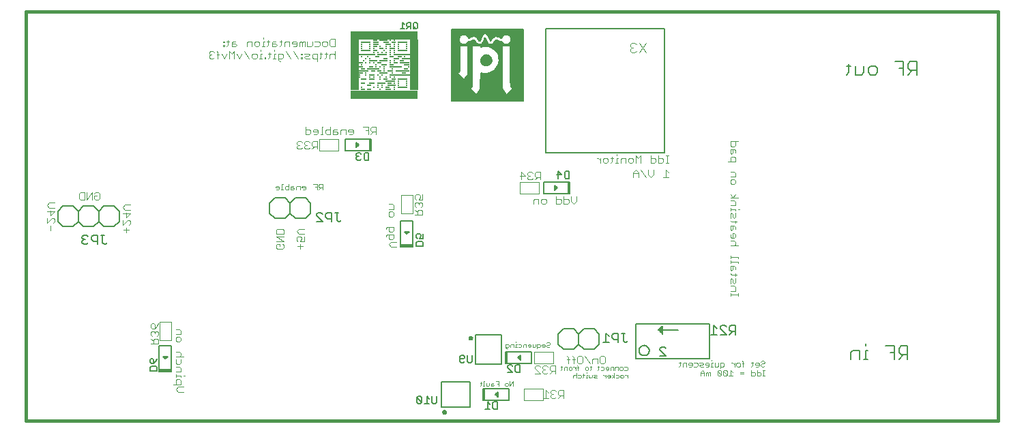
<source format=gbo>
G75*
%MOIN*%
%OFA0B0*%
%FSLAX25Y25*%
%IPPOS*%
%LPD*%
%AMOC8*
5,1,8,0,0,1.08239X$1,22.5*
%
%ADD10C,0.01600*%
%ADD11C,0.00200*%
%ADD12C,0.00300*%
%ADD13C,0.00600*%
%ADD14C,0.00500*%
%ADD15C,0.00400*%
%ADD16C,0.00197*%
%ADD17R,0.01000X0.01000*%
%ADD18R,0.04000X0.01000*%
%ADD19R,0.02000X0.01000*%
%ADD20R,0.05000X0.01000*%
%ADD21R,0.03000X0.01000*%
%ADD22R,0.08000X0.01000*%
%ADD23R,0.06000X0.01000*%
%ADD24R,0.07000X0.01000*%
%ADD25R,0.10000X0.01000*%
%ADD26R,0.33000X0.04000*%
%ADD27R,0.04000X0.25000*%
D10*
X0001800Y0027250D02*
X0476800Y0027250D01*
X0476800Y0227250D01*
X0001800Y0227250D01*
X0001800Y0027250D01*
D11*
X0124121Y0140350D02*
X0125055Y0140350D01*
X0125522Y0140817D01*
X0125522Y0141751D01*
X0125055Y0142218D01*
X0124121Y0142218D01*
X0123654Y0141751D01*
X0123654Y0141284D01*
X0125522Y0141284D01*
X0126429Y0140350D02*
X0127364Y0140350D01*
X0126896Y0140350D02*
X0126896Y0143152D01*
X0127364Y0143152D01*
X0128725Y0142218D02*
X0130126Y0142218D01*
X0130126Y0143152D02*
X0130126Y0140350D01*
X0128725Y0140350D01*
X0128258Y0140817D01*
X0128258Y0141751D01*
X0128725Y0142218D01*
X0131020Y0141751D02*
X0131020Y0140350D01*
X0132421Y0140350D01*
X0132888Y0140817D01*
X0132421Y0141284D01*
X0131020Y0141284D01*
X0131020Y0141751D02*
X0131487Y0142218D01*
X0132421Y0142218D01*
X0133782Y0141751D02*
X0133782Y0140350D01*
X0133782Y0141751D02*
X0134249Y0142218D01*
X0135651Y0142218D01*
X0135651Y0140350D01*
X0136545Y0141284D02*
X0138413Y0141284D01*
X0138413Y0140817D02*
X0138413Y0141751D01*
X0137946Y0142218D01*
X0137012Y0142218D01*
X0136545Y0141751D01*
X0136545Y0141284D01*
X0137012Y0140350D02*
X0137946Y0140350D01*
X0138413Y0140817D01*
X0142069Y0143152D02*
X0143938Y0143152D01*
X0143938Y0140350D01*
X0144832Y0140350D02*
X0145766Y0141284D01*
X0145299Y0141284D02*
X0146700Y0141284D01*
X0146700Y0140350D02*
X0146700Y0143152D01*
X0145299Y0143152D01*
X0144832Y0142685D01*
X0144832Y0141751D01*
X0145299Y0141284D01*
X0143938Y0141751D02*
X0143004Y0141751D01*
X0241203Y0066036D02*
X0241203Y0065652D01*
X0241203Y0064885D02*
X0241203Y0063350D01*
X0241586Y0063350D02*
X0240819Y0063350D01*
X0240052Y0063350D02*
X0240052Y0064885D01*
X0238901Y0064885D01*
X0238517Y0064501D01*
X0238517Y0063350D01*
X0237750Y0063734D02*
X0237366Y0063350D01*
X0236215Y0063350D01*
X0236215Y0062966D02*
X0236215Y0064885D01*
X0237366Y0064885D01*
X0237750Y0064501D01*
X0237750Y0063734D01*
X0236982Y0062583D02*
X0236599Y0062583D01*
X0236215Y0062966D01*
X0241203Y0064885D02*
X0241586Y0064885D01*
X0242354Y0064885D02*
X0243505Y0064885D01*
X0243888Y0064501D01*
X0243888Y0063734D01*
X0243505Y0063350D01*
X0242354Y0063350D01*
X0244656Y0063350D02*
X0244656Y0064501D01*
X0245039Y0064885D01*
X0246190Y0064885D01*
X0246190Y0063350D01*
X0246958Y0064117D02*
X0248492Y0064117D01*
X0248492Y0063734D02*
X0248492Y0064501D01*
X0248109Y0064885D01*
X0247341Y0064885D01*
X0246958Y0064501D01*
X0246958Y0064117D01*
X0247341Y0063350D02*
X0248109Y0063350D01*
X0248492Y0063734D01*
X0249259Y0063350D02*
X0249259Y0064885D01*
X0249259Y0063350D02*
X0250410Y0063350D01*
X0250794Y0063734D01*
X0250794Y0064885D01*
X0251561Y0064885D02*
X0252712Y0064885D01*
X0253096Y0064501D01*
X0253096Y0063734D01*
X0252712Y0063350D01*
X0251561Y0063350D01*
X0251561Y0062583D02*
X0251561Y0064885D01*
X0253863Y0064501D02*
X0253863Y0064117D01*
X0255398Y0064117D01*
X0255398Y0063734D02*
X0255398Y0064501D01*
X0255014Y0064885D01*
X0254247Y0064885D01*
X0253863Y0064501D01*
X0254247Y0063350D02*
X0255014Y0063350D01*
X0255398Y0063734D01*
X0256165Y0063734D02*
X0256549Y0063350D01*
X0257316Y0063350D01*
X0257700Y0063734D01*
X0257316Y0064501D02*
X0256549Y0064501D01*
X0256165Y0064117D01*
X0256165Y0063734D01*
X0257316Y0064501D02*
X0257700Y0064885D01*
X0257700Y0065268D01*
X0257316Y0065652D01*
X0256549Y0065652D01*
X0256165Y0065268D01*
X0263473Y0054018D02*
X0263473Y0052484D01*
X0263089Y0052100D01*
X0264624Y0052100D02*
X0264624Y0053251D01*
X0265007Y0053635D01*
X0266158Y0053635D01*
X0266158Y0052100D01*
X0266926Y0052484D02*
X0266926Y0053251D01*
X0267309Y0053635D01*
X0268077Y0053635D01*
X0268460Y0053251D01*
X0268460Y0052484D01*
X0268077Y0052100D01*
X0267309Y0052100D01*
X0266926Y0052484D01*
X0269228Y0053635D02*
X0269611Y0053635D01*
X0270378Y0052867D01*
X0270378Y0052100D02*
X0270378Y0053635D01*
X0271146Y0053251D02*
X0271913Y0053251D01*
X0271529Y0054018D02*
X0271146Y0054402D01*
X0271529Y0054018D02*
X0271529Y0052100D01*
X0270762Y0050652D02*
X0270762Y0048350D01*
X0271529Y0048350D02*
X0272680Y0048350D01*
X0273064Y0048734D01*
X0273064Y0049501D01*
X0272680Y0049885D01*
X0271529Y0049885D01*
X0270762Y0049501D02*
X0270379Y0049885D01*
X0269611Y0049885D01*
X0269228Y0049501D01*
X0269228Y0048350D01*
X0273831Y0048350D02*
X0274215Y0048734D01*
X0274215Y0050268D01*
X0274599Y0049885D02*
X0273831Y0049885D01*
X0275750Y0049885D02*
X0275750Y0048350D01*
X0276133Y0048350D02*
X0275366Y0048350D01*
X0275750Y0049885D02*
X0276133Y0049885D01*
X0276901Y0049885D02*
X0276901Y0048734D01*
X0277284Y0048350D01*
X0277668Y0048734D01*
X0278052Y0048350D01*
X0278435Y0048734D01*
X0278435Y0049885D01*
X0279203Y0049885D02*
X0280354Y0049885D01*
X0280737Y0049501D01*
X0280354Y0049117D01*
X0279586Y0049117D01*
X0279203Y0048734D01*
X0279586Y0048350D01*
X0280737Y0048350D01*
X0283807Y0049885D02*
X0284190Y0049885D01*
X0284958Y0049117D01*
X0285725Y0049117D02*
X0287259Y0049117D01*
X0287259Y0048734D02*
X0287259Y0049501D01*
X0286876Y0049885D01*
X0286109Y0049885D01*
X0285725Y0049501D01*
X0285725Y0049117D01*
X0286109Y0048350D02*
X0286876Y0048350D01*
X0287259Y0048734D01*
X0288027Y0048350D02*
X0289178Y0049117D01*
X0288027Y0049885D01*
X0289178Y0050652D02*
X0289178Y0048350D01*
X0289945Y0048350D02*
X0291096Y0048350D01*
X0291480Y0048734D01*
X0291480Y0049501D01*
X0291096Y0049885D01*
X0289945Y0049885D01*
X0289561Y0052100D02*
X0289561Y0053251D01*
X0289945Y0053635D01*
X0291096Y0053635D01*
X0291096Y0052100D01*
X0291863Y0052484D02*
X0291863Y0053251D01*
X0292247Y0053635D01*
X0293014Y0053635D01*
X0293398Y0053251D01*
X0293398Y0052484D01*
X0293014Y0052100D01*
X0292247Y0052100D01*
X0291863Y0052484D01*
X0294165Y0052100D02*
X0295316Y0052100D01*
X0295700Y0052484D01*
X0295700Y0053251D01*
X0295316Y0053635D01*
X0294165Y0053635D01*
X0288794Y0053635D02*
X0288794Y0052100D01*
X0287259Y0052100D02*
X0287259Y0053251D01*
X0287643Y0053635D01*
X0288794Y0053635D01*
X0286492Y0053251D02*
X0286492Y0052484D01*
X0286109Y0052100D01*
X0285341Y0052100D01*
X0284958Y0052867D02*
X0286492Y0052867D01*
X0286492Y0053251D02*
X0286109Y0053635D01*
X0285341Y0053635D01*
X0284958Y0053251D01*
X0284958Y0052867D01*
X0284190Y0052484D02*
X0283807Y0052100D01*
X0282656Y0052100D01*
X0281505Y0052484D02*
X0281505Y0054018D01*
X0281888Y0053635D02*
X0281121Y0053635D01*
X0281505Y0052484D02*
X0281121Y0052100D01*
X0282656Y0053635D02*
X0283807Y0053635D01*
X0284190Y0053251D01*
X0284190Y0052484D01*
X0284958Y0049885D02*
X0284958Y0048350D01*
X0277668Y0052484D02*
X0277284Y0052100D01*
X0277668Y0052484D02*
X0277668Y0054018D01*
X0278052Y0053635D02*
X0277284Y0053635D01*
X0276517Y0053251D02*
X0276517Y0052484D01*
X0276133Y0052100D01*
X0275366Y0052100D01*
X0274982Y0052484D01*
X0274982Y0053251D01*
X0275366Y0053635D01*
X0276133Y0053635D01*
X0276517Y0053251D01*
X0275750Y0051036D02*
X0275750Y0050652D01*
X0263856Y0053635D02*
X0263089Y0053635D01*
X0239700Y0046652D02*
X0239700Y0044350D01*
X0238165Y0044350D02*
X0238165Y0046652D01*
X0237014Y0045885D02*
X0237398Y0045501D01*
X0237398Y0044734D01*
X0237014Y0044350D01*
X0236247Y0044350D01*
X0235863Y0044734D01*
X0235863Y0045501D01*
X0236247Y0045885D01*
X0237014Y0045885D01*
X0238165Y0044350D02*
X0239700Y0046652D01*
X0232794Y0046652D02*
X0232794Y0044350D01*
X0232794Y0045501D02*
X0232027Y0045501D01*
X0232794Y0046652D02*
X0231259Y0046652D01*
X0230109Y0045885D02*
X0229341Y0045885D01*
X0228958Y0045501D01*
X0228958Y0044350D01*
X0230109Y0044350D01*
X0230492Y0044734D01*
X0230109Y0045117D01*
X0228958Y0045117D01*
X0228190Y0044734D02*
X0227807Y0044350D01*
X0226656Y0044350D01*
X0226656Y0045885D01*
X0225888Y0046652D02*
X0225505Y0046652D01*
X0225505Y0044350D01*
X0225888Y0044350D02*
X0225121Y0044350D01*
X0223970Y0044734D02*
X0223970Y0046268D01*
X0224354Y0045885D02*
X0223586Y0045885D01*
X0223970Y0044734D02*
X0223586Y0044350D01*
X0228190Y0044734D02*
X0228190Y0045885D01*
X0292247Y0048734D02*
X0292247Y0049501D01*
X0292631Y0049885D01*
X0293398Y0049885D01*
X0293782Y0049501D01*
X0293782Y0048734D01*
X0293398Y0048350D01*
X0292631Y0048350D01*
X0292247Y0048734D01*
X0294549Y0049885D02*
X0294933Y0049885D01*
X0295700Y0049117D01*
X0295700Y0048350D02*
X0295700Y0049885D01*
X0320791Y0053850D02*
X0321258Y0054317D01*
X0321258Y0056185D01*
X0321725Y0055718D02*
X0320791Y0055718D01*
X0322619Y0055251D02*
X0322619Y0053850D01*
X0322619Y0055251D02*
X0323086Y0055718D01*
X0324487Y0055718D01*
X0324487Y0053850D01*
X0325382Y0054784D02*
X0327250Y0054784D01*
X0327250Y0054317D02*
X0327250Y0055251D01*
X0326783Y0055718D01*
X0325849Y0055718D01*
X0325382Y0055251D01*
X0325382Y0054784D01*
X0325849Y0053850D02*
X0326783Y0053850D01*
X0327250Y0054317D01*
X0328144Y0053850D02*
X0329545Y0053850D01*
X0330012Y0054317D01*
X0330012Y0055251D01*
X0329545Y0055718D01*
X0328144Y0055718D01*
X0330906Y0055718D02*
X0332307Y0055718D01*
X0332775Y0055251D01*
X0332307Y0054784D01*
X0331373Y0054784D01*
X0330906Y0054317D01*
X0331373Y0053850D01*
X0332775Y0053850D01*
X0333669Y0054784D02*
X0335537Y0054784D01*
X0335537Y0054317D02*
X0335537Y0055251D01*
X0335070Y0055718D01*
X0334136Y0055718D01*
X0333669Y0055251D01*
X0333669Y0054784D01*
X0334136Y0053850D02*
X0335070Y0053850D01*
X0335537Y0054317D01*
X0336444Y0053850D02*
X0337378Y0053850D01*
X0336911Y0053850D02*
X0336911Y0055718D01*
X0337378Y0055718D01*
X0338273Y0055718D02*
X0338273Y0053850D01*
X0339674Y0053850D01*
X0340141Y0054317D01*
X0340141Y0055718D01*
X0341035Y0055718D02*
X0342436Y0055718D01*
X0342903Y0055251D01*
X0342903Y0054317D01*
X0342436Y0053850D01*
X0341035Y0053850D01*
X0341035Y0052916D02*
X0341035Y0055718D01*
X0341055Y0052152D02*
X0340121Y0052152D01*
X0339654Y0051685D01*
X0341522Y0049817D01*
X0341055Y0049350D01*
X0340121Y0049350D01*
X0339654Y0049817D01*
X0339654Y0051685D01*
X0341055Y0052152D02*
X0341522Y0051685D01*
X0341522Y0049817D01*
X0342416Y0049817D02*
X0342883Y0049350D01*
X0343817Y0049350D01*
X0344284Y0049817D01*
X0342416Y0051685D01*
X0342416Y0049817D01*
X0344284Y0049817D02*
X0344284Y0051685D01*
X0343817Y0052152D01*
X0342883Y0052152D01*
X0342416Y0051685D01*
X0345178Y0049350D02*
X0347047Y0049350D01*
X0346113Y0049350D02*
X0346113Y0052152D01*
X0347047Y0051218D01*
X0347967Y0053850D02*
X0347967Y0055718D01*
X0347033Y0055718D02*
X0346566Y0055718D01*
X0347033Y0055718D02*
X0347967Y0054784D01*
X0348862Y0054317D02*
X0348862Y0055251D01*
X0349329Y0055718D01*
X0350263Y0055718D01*
X0350730Y0055251D01*
X0350730Y0054317D01*
X0350263Y0053850D01*
X0349329Y0053850D01*
X0348862Y0054317D01*
X0351637Y0055251D02*
X0352571Y0055251D01*
X0352104Y0056185D02*
X0352104Y0053850D01*
X0352104Y0056185D02*
X0351637Y0056652D01*
X0356241Y0055718D02*
X0357175Y0055718D01*
X0356708Y0056185D02*
X0356708Y0054317D01*
X0356241Y0053850D01*
X0356228Y0052152D02*
X0356228Y0049350D01*
X0357629Y0049350D01*
X0358096Y0049817D01*
X0358096Y0050751D01*
X0357629Y0051218D01*
X0356228Y0051218D01*
X0358990Y0051218D02*
X0360391Y0051218D01*
X0360858Y0050751D01*
X0360858Y0049817D01*
X0360391Y0049350D01*
X0358990Y0049350D01*
X0358990Y0052152D01*
X0358536Y0053850D02*
X0359471Y0053850D01*
X0359938Y0054317D01*
X0359938Y0055251D01*
X0359471Y0055718D01*
X0358536Y0055718D01*
X0358069Y0055251D01*
X0358069Y0054784D01*
X0359938Y0054784D01*
X0360832Y0054784D02*
X0360832Y0054317D01*
X0361299Y0053850D01*
X0362233Y0053850D01*
X0362700Y0054317D01*
X0362233Y0055251D02*
X0361299Y0055251D01*
X0360832Y0054784D01*
X0360832Y0056185D02*
X0361299Y0056652D01*
X0362233Y0056652D01*
X0362700Y0056185D01*
X0362700Y0055718D01*
X0362233Y0055251D01*
X0362233Y0052152D02*
X0362233Y0049350D01*
X0362700Y0049350D02*
X0361766Y0049350D01*
X0361766Y0052152D02*
X0362700Y0052152D01*
X0352571Y0051218D02*
X0350703Y0051218D01*
X0350703Y0050284D02*
X0352571Y0050284D01*
X0335997Y0049350D02*
X0335997Y0051218D01*
X0335530Y0051218D01*
X0335063Y0050751D01*
X0334596Y0051218D01*
X0334129Y0050751D01*
X0334129Y0049350D01*
X0333235Y0049350D02*
X0333235Y0051218D01*
X0332301Y0052152D01*
X0331367Y0051218D01*
X0331367Y0049350D01*
X0331367Y0050751D02*
X0333235Y0050751D01*
X0335063Y0050751D02*
X0335063Y0049350D01*
X0336911Y0056652D02*
X0336911Y0057119D01*
D12*
X0284650Y0056017D02*
X0284033Y0055400D01*
X0282798Y0055400D01*
X0282181Y0056017D01*
X0282181Y0058486D01*
X0282798Y0059103D01*
X0284033Y0059103D01*
X0284650Y0058486D01*
X0284650Y0056017D01*
X0280967Y0055400D02*
X0280967Y0057869D01*
X0279115Y0057869D01*
X0278498Y0057252D01*
X0278498Y0055400D01*
X0277284Y0055400D02*
X0274815Y0059103D01*
X0273601Y0058486D02*
X0273601Y0056017D01*
X0272983Y0055400D01*
X0271749Y0055400D01*
X0271132Y0056017D01*
X0271132Y0058486D01*
X0271749Y0059103D01*
X0272983Y0059103D01*
X0273601Y0058486D01*
X0269917Y0057252D02*
X0268683Y0057252D01*
X0267462Y0057252D02*
X0266228Y0057252D01*
X0266845Y0058486D02*
X0266845Y0055400D01*
X0269300Y0055400D02*
X0269300Y0058486D01*
X0268683Y0059103D01*
X0266845Y0058486D02*
X0266228Y0059103D01*
X0260374Y0054253D02*
X0258523Y0054253D01*
X0257906Y0053636D01*
X0257906Y0052401D01*
X0258523Y0051784D01*
X0260374Y0051784D01*
X0259140Y0051784D02*
X0257906Y0050550D01*
X0256691Y0051167D02*
X0256074Y0050550D01*
X0254840Y0050550D01*
X0254222Y0051167D01*
X0254222Y0051784D01*
X0254840Y0052401D01*
X0255457Y0052401D01*
X0254840Y0052401D02*
X0254222Y0053018D01*
X0254222Y0053636D01*
X0254840Y0054253D01*
X0256074Y0054253D01*
X0256691Y0053636D01*
X0253008Y0053636D02*
X0252391Y0054253D01*
X0251157Y0054253D01*
X0250539Y0053636D01*
X0250539Y0053018D01*
X0253008Y0050550D01*
X0250539Y0050550D01*
X0260374Y0050550D02*
X0260374Y0054253D01*
X0260074Y0042253D02*
X0258840Y0042253D01*
X0258222Y0041636D01*
X0258222Y0041018D01*
X0258840Y0040401D01*
X0258222Y0039784D01*
X0258222Y0039167D01*
X0258840Y0038550D01*
X0260074Y0038550D01*
X0260691Y0039167D01*
X0261906Y0038550D02*
X0263140Y0039784D01*
X0262523Y0039784D02*
X0264374Y0039784D01*
X0264374Y0038550D02*
X0264374Y0042253D01*
X0262523Y0042253D01*
X0261906Y0041636D01*
X0261906Y0040401D01*
X0262523Y0039784D01*
X0260691Y0041636D02*
X0260074Y0042253D01*
X0259457Y0040401D02*
X0258840Y0040401D01*
X0257008Y0041018D02*
X0255774Y0042253D01*
X0255774Y0038550D01*
X0257008Y0038550D02*
X0254539Y0038550D01*
X0345950Y0088400D02*
X0345950Y0089634D01*
X0345950Y0089017D02*
X0349653Y0089017D01*
X0349653Y0088400D02*
X0349653Y0089634D01*
X0348419Y0090855D02*
X0348419Y0092707D01*
X0347802Y0093324D01*
X0345950Y0093324D01*
X0345950Y0094539D02*
X0345950Y0096390D01*
X0346567Y0097007D01*
X0347184Y0096390D01*
X0347184Y0095156D01*
X0347802Y0094539D01*
X0348419Y0095156D01*
X0348419Y0097007D01*
X0348419Y0098222D02*
X0348419Y0099456D01*
X0349036Y0098839D02*
X0346567Y0098839D01*
X0345950Y0099456D01*
X0346567Y0100677D02*
X0347184Y0101294D01*
X0347184Y0103146D01*
X0347802Y0103146D02*
X0345950Y0103146D01*
X0345950Y0101294D01*
X0346567Y0100677D01*
X0348419Y0101294D02*
X0348419Y0102529D01*
X0347802Y0103146D01*
X0349653Y0104360D02*
X0349653Y0104977D01*
X0345950Y0104977D01*
X0345950Y0104360D02*
X0345950Y0105595D01*
X0345950Y0106816D02*
X0345950Y0108050D01*
X0345950Y0107433D02*
X0349653Y0107433D01*
X0349653Y0106816D01*
X0349653Y0112954D02*
X0345950Y0112954D01*
X0347802Y0112954D02*
X0348419Y0113571D01*
X0348419Y0114806D01*
X0347802Y0115423D01*
X0345950Y0115423D01*
X0346567Y0116637D02*
X0347802Y0116637D01*
X0348419Y0117255D01*
X0348419Y0118489D01*
X0347802Y0119106D01*
X0347184Y0119106D01*
X0347184Y0116637D01*
X0346567Y0116637D02*
X0345950Y0117255D01*
X0345950Y0118489D01*
X0346567Y0120321D02*
X0347184Y0120938D01*
X0347184Y0122789D01*
X0347802Y0122789D02*
X0345950Y0122789D01*
X0345950Y0120938D01*
X0346567Y0120321D01*
X0348419Y0120938D02*
X0348419Y0122172D01*
X0347802Y0122789D01*
X0348419Y0124004D02*
X0348419Y0125238D01*
X0349036Y0124621D02*
X0346567Y0124621D01*
X0345950Y0125238D01*
X0345950Y0126459D02*
X0345950Y0128311D01*
X0346567Y0128928D01*
X0347184Y0128311D01*
X0347184Y0127076D01*
X0347802Y0126459D01*
X0348419Y0127076D01*
X0348419Y0128928D01*
X0348419Y0130142D02*
X0348419Y0130759D01*
X0345950Y0130759D01*
X0345950Y0130142D02*
X0345950Y0131377D01*
X0345950Y0132598D02*
X0348419Y0132598D01*
X0348419Y0134449D01*
X0347802Y0135066D01*
X0345950Y0135066D01*
X0345950Y0136281D02*
X0349653Y0136281D01*
X0348419Y0138132D02*
X0347184Y0136281D01*
X0345950Y0138132D01*
X0346567Y0143033D02*
X0345950Y0143650D01*
X0345950Y0144885D01*
X0346567Y0145502D01*
X0347802Y0145502D01*
X0348419Y0144885D01*
X0348419Y0143650D01*
X0347802Y0143033D01*
X0346567Y0143033D01*
X0345950Y0146716D02*
X0348419Y0146716D01*
X0348419Y0148568D01*
X0347802Y0149185D01*
X0345950Y0149185D01*
X0345950Y0154083D02*
X0345950Y0155934D01*
X0346567Y0156551D01*
X0347802Y0156551D01*
X0348419Y0155934D01*
X0348419Y0154083D01*
X0344716Y0154083D01*
X0346567Y0157766D02*
X0347184Y0158383D01*
X0347184Y0160235D01*
X0347802Y0160235D02*
X0345950Y0160235D01*
X0345950Y0158383D01*
X0346567Y0157766D01*
X0348419Y0158383D02*
X0348419Y0159617D01*
X0347802Y0160235D01*
X0347802Y0161449D02*
X0348419Y0162066D01*
X0348419Y0163918D01*
X0349653Y0163918D02*
X0345950Y0163918D01*
X0345950Y0162066D01*
X0346567Y0161449D01*
X0347802Y0161449D01*
X0315650Y0157103D02*
X0314416Y0157103D01*
X0315033Y0157103D02*
X0315033Y0153400D01*
X0315650Y0153400D02*
X0314416Y0153400D01*
X0313195Y0154017D02*
X0313195Y0155252D01*
X0312577Y0155869D01*
X0310726Y0155869D01*
X0310726Y0157103D02*
X0310726Y0153400D01*
X0312577Y0153400D01*
X0313195Y0154017D01*
X0309511Y0154017D02*
X0309511Y0155252D01*
X0308894Y0155869D01*
X0307043Y0155869D01*
X0307043Y0157103D02*
X0307043Y0153400D01*
X0308894Y0153400D01*
X0309511Y0154017D01*
X0308284Y0150103D02*
X0308284Y0147634D01*
X0307049Y0146400D01*
X0305815Y0147634D01*
X0305815Y0150103D01*
X0302132Y0150103D02*
X0304601Y0146400D01*
X0300917Y0146400D02*
X0300917Y0148869D01*
X0299683Y0150103D01*
X0298449Y0148869D01*
X0298449Y0146400D01*
X0298449Y0148252D02*
X0300917Y0148252D01*
X0302145Y0153400D02*
X0302145Y0157103D01*
X0300911Y0155869D01*
X0299676Y0157103D01*
X0299676Y0153400D01*
X0298462Y0154017D02*
X0297845Y0153400D01*
X0296610Y0153400D01*
X0295993Y0154017D01*
X0295993Y0155252D01*
X0296610Y0155869D01*
X0297845Y0155869D01*
X0298462Y0155252D01*
X0298462Y0154017D01*
X0294779Y0153400D02*
X0294779Y0155869D01*
X0292927Y0155869D01*
X0292310Y0155252D01*
X0292310Y0153400D01*
X0291096Y0153400D02*
X0289861Y0153400D01*
X0290479Y0153400D02*
X0290479Y0155869D01*
X0291096Y0155869D01*
X0290479Y0157103D02*
X0290479Y0157720D01*
X0288640Y0155869D02*
X0287406Y0155869D01*
X0288023Y0156486D02*
X0288023Y0154017D01*
X0287406Y0153400D01*
X0286185Y0154017D02*
X0286185Y0155252D01*
X0285568Y0155869D01*
X0284333Y0155869D01*
X0283716Y0155252D01*
X0283716Y0154017D01*
X0284333Y0153400D01*
X0285568Y0153400D01*
X0286185Y0154017D01*
X0282502Y0153400D02*
X0282502Y0155869D01*
X0282502Y0154634D02*
X0281267Y0155869D01*
X0280650Y0155869D01*
X0252975Y0148954D02*
X0252975Y0145250D01*
X0252975Y0146485D02*
X0251123Y0146485D01*
X0250506Y0147102D01*
X0250506Y0148336D01*
X0251123Y0148954D01*
X0252975Y0148954D01*
X0251741Y0146485D02*
X0250506Y0145250D01*
X0249292Y0145868D02*
X0248675Y0145250D01*
X0247440Y0145250D01*
X0246823Y0145868D01*
X0246823Y0146485D01*
X0247440Y0147102D01*
X0248057Y0147102D01*
X0247440Y0147102D02*
X0246823Y0147719D01*
X0246823Y0148336D01*
X0247440Y0148954D01*
X0248675Y0148954D01*
X0249292Y0148336D01*
X0245609Y0147102D02*
X0243140Y0147102D01*
X0243757Y0148954D02*
X0245609Y0147102D01*
X0243757Y0145250D02*
X0243757Y0148954D01*
X0260815Y0137103D02*
X0260815Y0133400D01*
X0262667Y0133400D01*
X0263284Y0134017D01*
X0263284Y0135252D01*
X0262667Y0135869D01*
X0260815Y0135869D01*
X0264498Y0135869D02*
X0266350Y0135869D01*
X0266967Y0135252D01*
X0266967Y0134017D01*
X0266350Y0133400D01*
X0264498Y0133400D01*
X0264498Y0137103D01*
X0268181Y0137103D02*
X0268181Y0134634D01*
X0269416Y0133400D01*
X0270650Y0134634D01*
X0270650Y0137103D01*
X0255917Y0135252D02*
X0255917Y0134017D01*
X0255300Y0133400D01*
X0254066Y0133400D01*
X0253449Y0134017D01*
X0253449Y0135252D01*
X0254066Y0135869D01*
X0255300Y0135869D01*
X0255917Y0135252D01*
X0252234Y0135869D02*
X0252234Y0133400D01*
X0249766Y0133400D02*
X0249766Y0135252D01*
X0250383Y0135869D01*
X0252234Y0135869D01*
X0195504Y0135441D02*
X0193652Y0135441D01*
X0194269Y0136676D01*
X0194269Y0137293D01*
X0193652Y0137910D01*
X0192418Y0137910D01*
X0191800Y0137293D01*
X0191800Y0136058D01*
X0192418Y0135441D01*
X0192418Y0134227D02*
X0191800Y0133610D01*
X0191800Y0132375D01*
X0192418Y0131758D01*
X0191800Y0130544D02*
X0193035Y0129309D01*
X0193035Y0129927D02*
X0193035Y0128075D01*
X0191800Y0128075D02*
X0195504Y0128075D01*
X0195504Y0129927D01*
X0194886Y0130544D01*
X0193652Y0130544D01*
X0193035Y0129927D01*
X0194886Y0131758D02*
X0195504Y0132375D01*
X0195504Y0133610D01*
X0194886Y0134227D01*
X0194269Y0134227D01*
X0193652Y0133610D01*
X0193035Y0134227D01*
X0192418Y0134227D01*
X0193652Y0133610D02*
X0193652Y0132993D01*
X0195504Y0135441D02*
X0195504Y0137910D01*
X0181419Y0132667D02*
X0181419Y0130816D01*
X0178950Y0130816D01*
X0179567Y0129601D02*
X0180802Y0129601D01*
X0181419Y0128984D01*
X0181419Y0127750D01*
X0180802Y0127133D01*
X0179567Y0127133D01*
X0178950Y0127750D01*
X0178950Y0128984D01*
X0179567Y0129601D01*
X0181419Y0132667D02*
X0180802Y0133284D01*
X0178950Y0133284D01*
X0178950Y0122235D02*
X0178950Y0120383D01*
X0179567Y0119766D01*
X0180802Y0119766D01*
X0181419Y0120383D01*
X0181419Y0122235D01*
X0178333Y0122235D01*
X0177716Y0121618D01*
X0177716Y0121001D01*
X0178333Y0118552D02*
X0181419Y0118552D01*
X0181419Y0116700D01*
X0180802Y0116083D01*
X0179567Y0116083D01*
X0178950Y0116700D01*
X0178950Y0118552D01*
X0178333Y0118552D02*
X0177716Y0117935D01*
X0177716Y0117318D01*
X0180184Y0114869D02*
X0182653Y0114869D01*
X0180184Y0114869D02*
X0178950Y0113634D01*
X0180184Y0112400D01*
X0182653Y0112400D01*
X0137653Y0115083D02*
X0135802Y0115083D01*
X0136419Y0116318D01*
X0136419Y0116935D01*
X0135802Y0117552D01*
X0134567Y0117552D01*
X0133950Y0116935D01*
X0133950Y0115700D01*
X0134567Y0115083D01*
X0135802Y0113869D02*
X0135802Y0111400D01*
X0137036Y0112634D02*
X0134567Y0112634D01*
X0137653Y0115083D02*
X0137653Y0117552D01*
X0137653Y0118766D02*
X0135184Y0118766D01*
X0133950Y0120001D01*
X0135184Y0121235D01*
X0137653Y0121235D01*
X0127653Y0120618D02*
X0127653Y0118766D01*
X0123950Y0118766D01*
X0123950Y0120618D01*
X0124567Y0121235D01*
X0127036Y0121235D01*
X0127653Y0120618D01*
X0127653Y0117552D02*
X0123950Y0117552D01*
X0127653Y0115083D01*
X0123950Y0115083D01*
X0124567Y0113869D02*
X0123950Y0113252D01*
X0123950Y0112017D01*
X0124567Y0111400D01*
X0127036Y0111400D01*
X0127653Y0112017D01*
X0127653Y0113252D01*
X0127036Y0113869D01*
X0125802Y0113869D02*
X0125802Y0112634D01*
X0125802Y0113869D02*
X0124567Y0113869D01*
X0066504Y0074910D02*
X0065886Y0073676D01*
X0064652Y0072441D01*
X0064652Y0074293D01*
X0064035Y0074910D01*
X0063418Y0074910D01*
X0062800Y0074293D01*
X0062800Y0073058D01*
X0063418Y0072441D01*
X0064652Y0072441D01*
X0065269Y0071227D02*
X0064652Y0070610D01*
X0064035Y0071227D01*
X0063418Y0071227D01*
X0062800Y0070610D01*
X0062800Y0069375D01*
X0063418Y0068758D01*
X0062800Y0067544D02*
X0064035Y0066309D01*
X0064035Y0066927D02*
X0064035Y0065075D01*
X0062800Y0065075D02*
X0066504Y0065075D01*
X0066504Y0066927D01*
X0065886Y0067544D01*
X0064652Y0067544D01*
X0064035Y0066927D01*
X0065886Y0068758D02*
X0066504Y0069375D01*
X0066504Y0070610D01*
X0065886Y0071227D01*
X0065269Y0071227D01*
X0064652Y0070610D02*
X0064652Y0069993D01*
X0074950Y0069717D02*
X0077419Y0069717D01*
X0077419Y0071568D01*
X0076802Y0072186D01*
X0074950Y0072186D01*
X0075567Y0068502D02*
X0076802Y0068502D01*
X0077419Y0067885D01*
X0077419Y0066651D01*
X0076802Y0066034D01*
X0075567Y0066034D01*
X0074950Y0066651D01*
X0074950Y0067885D01*
X0075567Y0068502D01*
X0074950Y0061136D02*
X0076802Y0061136D01*
X0077419Y0060519D01*
X0077419Y0059285D01*
X0076802Y0058667D01*
X0077419Y0057453D02*
X0077419Y0055601D01*
X0076802Y0054984D01*
X0075567Y0054984D01*
X0074950Y0055601D01*
X0074950Y0057453D01*
X0074950Y0058667D02*
X0078653Y0058667D01*
X0076802Y0053770D02*
X0074950Y0053770D01*
X0076802Y0053770D02*
X0077419Y0053153D01*
X0077419Y0051301D01*
X0074950Y0051301D01*
X0074950Y0050080D02*
X0074950Y0048846D01*
X0074950Y0049463D02*
X0077419Y0049463D01*
X0077419Y0048846D01*
X0076802Y0047631D02*
X0075567Y0047631D01*
X0074950Y0047014D01*
X0074950Y0045163D01*
X0073716Y0045163D02*
X0077419Y0045163D01*
X0077419Y0047014D01*
X0076802Y0047631D01*
X0078653Y0049463D02*
X0079270Y0049463D01*
X0078653Y0043948D02*
X0076184Y0043948D01*
X0074950Y0042714D01*
X0076184Y0041479D01*
X0078653Y0041479D01*
X0050802Y0119400D02*
X0050802Y0121869D01*
X0052036Y0123083D02*
X0052653Y0123700D01*
X0052653Y0124935D01*
X0052036Y0125552D01*
X0051419Y0125552D01*
X0048950Y0123083D01*
X0048950Y0125552D01*
X0050802Y0126766D02*
X0050802Y0129235D01*
X0050184Y0130449D02*
X0048950Y0131684D01*
X0050184Y0132918D01*
X0052653Y0132918D01*
X0052653Y0130449D02*
X0050184Y0130449D01*
X0048950Y0128618D02*
X0052653Y0128618D01*
X0050802Y0126766D01*
X0052036Y0120634D02*
X0049567Y0120634D01*
X0037033Y0135400D02*
X0035798Y0135400D01*
X0035181Y0136017D01*
X0035181Y0137252D01*
X0036416Y0137252D01*
X0037650Y0138486D02*
X0037650Y0136017D01*
X0037033Y0135400D01*
X0033967Y0135400D02*
X0033967Y0139103D01*
X0031498Y0135400D01*
X0031498Y0139103D01*
X0030284Y0139103D02*
X0028432Y0139103D01*
X0027815Y0138486D01*
X0027815Y0136017D01*
X0028432Y0135400D01*
X0030284Y0135400D01*
X0030284Y0139103D01*
X0035181Y0138486D02*
X0035798Y0139103D01*
X0037033Y0139103D01*
X0037650Y0138486D01*
X0015653Y0133918D02*
X0013184Y0133918D01*
X0011950Y0132684D01*
X0013184Y0131449D01*
X0015653Y0131449D01*
X0015653Y0129618D02*
X0013802Y0127766D01*
X0013802Y0130235D01*
X0015653Y0129618D02*
X0011950Y0129618D01*
X0011950Y0126552D02*
X0011950Y0124083D01*
X0014419Y0126552D01*
X0015036Y0126552D01*
X0015653Y0125935D01*
X0015653Y0124700D01*
X0015036Y0124083D01*
X0013802Y0122869D02*
X0013802Y0120400D01*
X0134140Y0160868D02*
X0134757Y0160250D01*
X0135992Y0160250D01*
X0136609Y0160868D01*
X0137823Y0160868D02*
X0138440Y0160250D01*
X0139675Y0160250D01*
X0140292Y0160868D01*
X0141506Y0160250D02*
X0142741Y0161485D01*
X0142123Y0161485D02*
X0143975Y0161485D01*
X0143975Y0160250D02*
X0143975Y0163954D01*
X0142123Y0163954D01*
X0141506Y0163336D01*
X0141506Y0162102D01*
X0142123Y0161485D01*
X0140292Y0163336D02*
X0139675Y0163954D01*
X0138440Y0163954D01*
X0137823Y0163336D01*
X0137823Y0162719D01*
X0138440Y0162102D01*
X0137823Y0161485D01*
X0137823Y0160868D01*
X0138440Y0162102D02*
X0139057Y0162102D01*
X0136609Y0163336D02*
X0135992Y0163954D01*
X0134757Y0163954D01*
X0134140Y0163336D01*
X0134140Y0162719D01*
X0134757Y0162102D01*
X0134140Y0161485D01*
X0134140Y0160868D01*
X0134757Y0162102D02*
X0135374Y0162102D01*
X0138261Y0167400D02*
X0140112Y0167400D01*
X0140729Y0168017D01*
X0140729Y0169252D01*
X0140112Y0169869D01*
X0138261Y0169869D01*
X0138261Y0171103D02*
X0138261Y0167400D01*
X0141944Y0168634D02*
X0144413Y0168634D01*
X0144413Y0168017D02*
X0144413Y0169252D01*
X0143795Y0169869D01*
X0142561Y0169869D01*
X0141944Y0169252D01*
X0141944Y0168634D01*
X0142561Y0167400D02*
X0143795Y0167400D01*
X0144413Y0168017D01*
X0145634Y0167400D02*
X0146868Y0167400D01*
X0146251Y0167400D02*
X0146251Y0171103D01*
X0146868Y0171103D01*
X0148700Y0169869D02*
X0148082Y0169252D01*
X0148082Y0168017D01*
X0148700Y0167400D01*
X0150551Y0167400D01*
X0150551Y0171103D01*
X0150551Y0169869D02*
X0148700Y0169869D01*
X0151766Y0169252D02*
X0152383Y0169869D01*
X0153617Y0169869D01*
X0153617Y0168634D02*
X0151766Y0168634D01*
X0151766Y0169252D02*
X0151766Y0167400D01*
X0153617Y0167400D01*
X0154234Y0168017D01*
X0153617Y0168634D01*
X0155449Y0169252D02*
X0155449Y0167400D01*
X0155449Y0169252D02*
X0156066Y0169869D01*
X0157917Y0169869D01*
X0157917Y0167400D01*
X0159132Y0168634D02*
X0161601Y0168634D01*
X0161601Y0168017D02*
X0161601Y0169252D01*
X0160983Y0169869D01*
X0159749Y0169869D01*
X0159132Y0169252D01*
X0159132Y0168634D01*
X0159749Y0167400D02*
X0160983Y0167400D01*
X0161601Y0168017D01*
X0166498Y0171103D02*
X0168967Y0171103D01*
X0168967Y0167400D01*
X0170181Y0167400D02*
X0171416Y0168634D01*
X0170798Y0168634D02*
X0172650Y0168634D01*
X0172650Y0167400D02*
X0172650Y0171103D01*
X0170798Y0171103D01*
X0170181Y0170486D01*
X0170181Y0169252D01*
X0170798Y0168634D01*
X0168967Y0169252D02*
X0167732Y0169252D01*
X0152650Y0204400D02*
X0152650Y0208103D01*
X0152033Y0206869D02*
X0150798Y0206869D01*
X0150181Y0206252D01*
X0150181Y0204400D01*
X0148350Y0205017D02*
X0148350Y0207486D01*
X0148967Y0206869D02*
X0147732Y0206869D01*
X0146511Y0206869D02*
X0145277Y0206869D01*
X0145894Y0207486D02*
X0145894Y0205017D01*
X0145277Y0204400D01*
X0144056Y0204400D02*
X0142204Y0204400D01*
X0141587Y0205017D01*
X0141587Y0206252D01*
X0142204Y0206869D01*
X0144056Y0206869D01*
X0144056Y0203166D01*
X0147732Y0204400D02*
X0148350Y0205017D01*
X0152033Y0206869D02*
X0152650Y0206252D01*
X0152650Y0210400D02*
X0150798Y0210400D01*
X0150181Y0211017D01*
X0150181Y0213486D01*
X0150798Y0214103D01*
X0152650Y0214103D01*
X0152650Y0210400D01*
X0148967Y0211017D02*
X0148350Y0210400D01*
X0147115Y0210400D01*
X0146498Y0211017D01*
X0146498Y0212252D01*
X0147115Y0212869D01*
X0148350Y0212869D01*
X0148967Y0212252D01*
X0148967Y0211017D01*
X0145284Y0211017D02*
X0144667Y0210400D01*
X0142815Y0210400D01*
X0141601Y0211017D02*
X0140983Y0210400D01*
X0139132Y0210400D01*
X0139132Y0212869D01*
X0137917Y0212869D02*
X0137917Y0210400D01*
X0136683Y0210400D02*
X0136683Y0212252D01*
X0136066Y0212869D01*
X0135449Y0212252D01*
X0135449Y0210400D01*
X0134234Y0211017D02*
X0134234Y0212252D01*
X0133617Y0212869D01*
X0132383Y0212869D01*
X0131766Y0212252D01*
X0131766Y0211634D01*
X0134234Y0211634D01*
X0134234Y0211017D02*
X0133617Y0210400D01*
X0132383Y0210400D01*
X0130551Y0210400D02*
X0130551Y0212869D01*
X0128700Y0212869D01*
X0128082Y0212252D01*
X0128082Y0210400D01*
X0126251Y0211017D02*
X0125634Y0210400D01*
X0126251Y0211017D02*
X0126251Y0213486D01*
X0126868Y0212869D02*
X0125634Y0212869D01*
X0123795Y0212869D02*
X0122561Y0212869D01*
X0121944Y0212252D01*
X0121944Y0210400D01*
X0123795Y0210400D01*
X0124413Y0211017D01*
X0123795Y0211634D01*
X0121944Y0211634D01*
X0120729Y0212869D02*
X0119495Y0212869D01*
X0120112Y0213486D02*
X0120112Y0211017D01*
X0119495Y0210400D01*
X0118274Y0210400D02*
X0117040Y0210400D01*
X0117657Y0210400D02*
X0117657Y0212869D01*
X0118274Y0212869D01*
X0117657Y0214103D02*
X0117657Y0214720D01*
X0115201Y0212869D02*
X0113967Y0212869D01*
X0113350Y0212252D01*
X0113350Y0211017D01*
X0113967Y0210400D01*
X0115201Y0210400D01*
X0115819Y0211017D01*
X0115819Y0212252D01*
X0115201Y0212869D01*
X0112135Y0212869D02*
X0112135Y0210400D01*
X0109667Y0210400D02*
X0109667Y0212252D01*
X0110284Y0212869D01*
X0112135Y0212869D01*
X0116429Y0208720D02*
X0116429Y0208103D01*
X0116429Y0206869D02*
X0116429Y0204400D01*
X0117046Y0204400D02*
X0115812Y0204400D01*
X0114591Y0205017D02*
X0114591Y0206252D01*
X0113974Y0206869D01*
X0112739Y0206869D01*
X0112122Y0206252D01*
X0112122Y0205017D01*
X0112739Y0204400D01*
X0113974Y0204400D01*
X0114591Y0205017D01*
X0116429Y0206869D02*
X0117046Y0206869D01*
X0118271Y0205017D02*
X0118271Y0204400D01*
X0118888Y0204400D01*
X0118888Y0205017D01*
X0118271Y0205017D01*
X0120109Y0204400D02*
X0120726Y0205017D01*
X0120726Y0207486D01*
X0121343Y0206869D02*
X0120109Y0206869D01*
X0123182Y0206869D02*
X0123182Y0204400D01*
X0123799Y0204400D02*
X0122564Y0204400D01*
X0125013Y0204400D02*
X0126865Y0204400D01*
X0127482Y0205017D01*
X0127482Y0206252D01*
X0126865Y0206869D01*
X0125013Y0206869D01*
X0125013Y0203783D01*
X0125630Y0203166D01*
X0126247Y0203166D01*
X0123799Y0206869D02*
X0123182Y0206869D01*
X0123182Y0208103D02*
X0123182Y0208720D01*
X0128696Y0208103D02*
X0131165Y0204400D01*
X0134848Y0204400D02*
X0132379Y0208103D01*
X0136073Y0206869D02*
X0136073Y0206252D01*
X0136690Y0206252D01*
X0136690Y0206869D01*
X0136073Y0206869D01*
X0137904Y0206869D02*
X0139756Y0206869D01*
X0140373Y0206252D01*
X0139756Y0205634D01*
X0138521Y0205634D01*
X0137904Y0205017D01*
X0138521Y0204400D01*
X0140373Y0204400D01*
X0136690Y0204400D02*
X0136690Y0205017D01*
X0136073Y0205017D01*
X0136073Y0204400D01*
X0136690Y0204400D01*
X0136683Y0212252D02*
X0137300Y0212869D01*
X0137917Y0212869D01*
X0141601Y0212869D02*
X0141601Y0211017D01*
X0142815Y0212869D02*
X0144667Y0212869D01*
X0145284Y0212252D01*
X0145284Y0211017D01*
X0110908Y0204400D02*
X0108439Y0208103D01*
X0107225Y0206869D02*
X0105990Y0204400D01*
X0104756Y0206869D01*
X0103541Y0208103D02*
X0102307Y0206869D01*
X0101073Y0208103D01*
X0101073Y0204400D01*
X0098624Y0204400D02*
X0097390Y0206869D01*
X0096175Y0206252D02*
X0094941Y0206252D01*
X0095558Y0207486D02*
X0094941Y0208103D01*
X0095558Y0207486D02*
X0095558Y0204400D01*
X0093720Y0205017D02*
X0093103Y0204400D01*
X0091868Y0204400D01*
X0091251Y0205017D01*
X0091251Y0205634D01*
X0091868Y0206252D01*
X0092485Y0206252D01*
X0091868Y0206252D02*
X0091251Y0206869D01*
X0091251Y0207486D01*
X0091868Y0208103D01*
X0093103Y0208103D01*
X0093720Y0207486D01*
X0098013Y0210400D02*
X0098631Y0210400D01*
X0098631Y0211017D01*
X0098013Y0211017D01*
X0098013Y0210400D01*
X0099852Y0210400D02*
X0100469Y0211017D01*
X0100469Y0213486D01*
X0101086Y0212869D02*
X0099852Y0212869D01*
X0098631Y0212869D02*
X0098631Y0212252D01*
X0098013Y0212252D01*
X0098013Y0212869D01*
X0098631Y0212869D01*
X0102300Y0212252D02*
X0102300Y0210400D01*
X0104152Y0210400D01*
X0104769Y0211017D01*
X0104152Y0211634D01*
X0102300Y0211634D01*
X0102300Y0212252D02*
X0102918Y0212869D01*
X0104152Y0212869D01*
X0103541Y0208103D02*
X0103541Y0204400D01*
X0099858Y0206869D02*
X0098624Y0204400D01*
X0313181Y0146400D02*
X0315650Y0146400D01*
X0314416Y0146400D02*
X0314416Y0150103D01*
X0315650Y0148869D01*
X0349653Y0130759D02*
X0350270Y0130759D01*
X0348419Y0090855D02*
X0345950Y0090855D01*
D13*
X0335800Y0074750D02*
X0335800Y0057750D01*
X0299800Y0057750D01*
X0299800Y0074750D01*
X0335800Y0074750D01*
X0320300Y0071750D02*
X0312300Y0071750D01*
X0312300Y0070250D01*
X0312800Y0069750D01*
X0312800Y0073750D01*
X0312300Y0073250D01*
X0312300Y0071750D01*
X0310800Y0071750D01*
X0311300Y0072250D01*
X0311800Y0072750D01*
X0312300Y0073250D01*
X0311800Y0072750D02*
X0311800Y0070750D01*
X0311300Y0071250D01*
X0311300Y0072250D01*
X0310800Y0071750D02*
X0311300Y0071250D01*
X0311800Y0070750D02*
X0312300Y0070250D01*
X0281800Y0069750D02*
X0281800Y0064750D01*
X0279300Y0062250D01*
X0274300Y0062250D01*
X0271800Y0064750D01*
X0269300Y0062250D01*
X0264300Y0062250D01*
X0261800Y0064750D01*
X0261800Y0069750D01*
X0264300Y0072250D01*
X0269300Y0072250D01*
X0271800Y0069750D01*
X0271800Y0064750D01*
X0271800Y0069750D02*
X0274300Y0072250D01*
X0279300Y0072250D01*
X0281800Y0069750D01*
X0243173Y0054622D02*
X0243173Y0051219D01*
X0241472Y0051219D01*
X0240905Y0051786D01*
X0240905Y0054055D01*
X0241472Y0054622D01*
X0243173Y0054622D01*
X0239490Y0054055D02*
X0238923Y0054622D01*
X0237789Y0054622D01*
X0237222Y0054055D01*
X0237222Y0053488D01*
X0239490Y0051219D01*
X0237222Y0051219D01*
X0219780Y0056456D02*
X0219213Y0055889D01*
X0218078Y0055889D01*
X0217511Y0056456D01*
X0217511Y0059291D01*
X0216097Y0058724D02*
X0216097Y0058157D01*
X0215529Y0057590D01*
X0213828Y0057590D01*
X0213828Y0056456D02*
X0213828Y0058724D01*
X0214395Y0059291D01*
X0215529Y0059291D01*
X0216097Y0058724D01*
X0216097Y0056456D02*
X0215529Y0055889D01*
X0214395Y0055889D01*
X0213828Y0056456D01*
X0219780Y0056456D02*
X0219780Y0059291D01*
X0202463Y0039291D02*
X0202463Y0036456D01*
X0201896Y0035889D01*
X0200761Y0035889D01*
X0200194Y0036456D01*
X0200194Y0039291D01*
X0198780Y0038157D02*
X0197645Y0039291D01*
X0197645Y0035889D01*
X0196511Y0035889D02*
X0198780Y0035889D01*
X0195097Y0036456D02*
X0192828Y0038724D01*
X0192828Y0036456D01*
X0193395Y0035889D01*
X0194529Y0035889D01*
X0195097Y0036456D01*
X0195097Y0038724D01*
X0194529Y0039291D01*
X0193395Y0039291D01*
X0192828Y0038724D01*
X0226222Y0033219D02*
X0228490Y0033219D01*
X0227356Y0033219D02*
X0227356Y0036622D01*
X0228490Y0035488D01*
X0229905Y0036055D02*
X0230472Y0036622D01*
X0232173Y0036622D01*
X0232173Y0033219D01*
X0230472Y0033219D01*
X0229905Y0033786D01*
X0229905Y0036055D01*
X0195834Y0112857D02*
X0195834Y0114559D01*
X0195266Y0115126D01*
X0192998Y0115126D01*
X0192431Y0114559D01*
X0192431Y0112857D01*
X0195834Y0112857D01*
X0195834Y0116540D02*
X0194132Y0116540D01*
X0194699Y0117675D01*
X0194699Y0118242D01*
X0194132Y0118809D01*
X0192998Y0118809D01*
X0192431Y0118242D01*
X0192431Y0117107D01*
X0192998Y0116540D01*
X0195834Y0116540D02*
X0195834Y0118809D01*
X0140800Y0128750D02*
X0138300Y0126250D01*
X0133300Y0126250D01*
X0130800Y0128750D01*
X0128300Y0126250D01*
X0123300Y0126250D01*
X0120800Y0128750D01*
X0120800Y0133750D01*
X0123300Y0136250D01*
X0128300Y0136250D01*
X0130800Y0133750D01*
X0130800Y0128750D01*
X0130800Y0133750D02*
X0133300Y0136250D01*
X0138300Y0136250D01*
X0140800Y0133750D01*
X0140800Y0128750D01*
X0163808Y0154881D02*
X0164943Y0154881D01*
X0165510Y0155448D01*
X0166924Y0155448D02*
X0166924Y0157716D01*
X0167491Y0158284D01*
X0169193Y0158284D01*
X0169193Y0154881D01*
X0167491Y0154881D01*
X0166924Y0155448D01*
X0165510Y0157716D02*
X0164943Y0158284D01*
X0163808Y0158284D01*
X0163241Y0157716D01*
X0163241Y0157149D01*
X0163808Y0156582D01*
X0163241Y0156015D01*
X0163241Y0155448D01*
X0163808Y0154881D01*
X0163808Y0156582D02*
X0164375Y0156582D01*
X0209800Y0183750D02*
X0215700Y0183750D01*
X0215700Y0194150D01*
X0212700Y0197150D01*
X0213200Y0197750D01*
X0213500Y0198050D01*
X0213700Y0198450D01*
X0213700Y0210750D01*
X0217700Y0210750D01*
X0217800Y0211250D01*
X0209800Y0211250D01*
X0244800Y0211250D01*
X0244800Y0214050D01*
X0239000Y0214050D01*
X0238900Y0213050D01*
X0238500Y0212250D01*
X0237900Y0211650D01*
X0237000Y0211250D01*
X0235700Y0211350D01*
X0234800Y0211850D01*
X0234300Y0212650D01*
X0233500Y0212650D01*
X0232800Y0212950D01*
X0232100Y0213350D01*
X0231400Y0213450D01*
X0230900Y0213050D01*
X0230400Y0212350D01*
X0230000Y0211850D01*
X0229500Y0211350D01*
X0228500Y0211250D01*
X0227700Y0211450D01*
X0226700Y0213450D01*
X0226200Y0214350D01*
X0226000Y0214750D01*
X0225800Y0214250D01*
X0225600Y0213450D01*
X0225300Y0212850D01*
X0224800Y0212150D01*
X0224300Y0211550D01*
X0223500Y0211150D01*
X0222600Y0211250D01*
X0221900Y0212150D01*
X0221200Y0213150D01*
X0220800Y0213550D01*
X0220500Y0213550D01*
X0219800Y0213250D01*
X0219400Y0213050D01*
X0218600Y0212850D01*
X0218000Y0212750D01*
X0217900Y0212650D01*
X0217500Y0212050D01*
X0217000Y0211650D01*
X0216300Y0211350D01*
X0215700Y0211250D01*
X0214700Y0211450D01*
X0213800Y0212150D01*
X0213400Y0213050D01*
X0213200Y0214150D01*
X0209800Y0214150D01*
X0209800Y0211250D01*
X0209800Y0183750D01*
X0209800Y0184060D02*
X0215700Y0184060D01*
X0215400Y0184060D02*
X0221789Y0184060D01*
X0221800Y0184060D02*
X0233400Y0184060D01*
X0233500Y0184060D02*
X0236700Y0184060D01*
X0236600Y0184060D02*
X0244800Y0184060D01*
X0244800Y0183750D02*
X0236600Y0183750D01*
X0236600Y0186750D01*
X0239600Y0189850D01*
X0238900Y0190750D01*
X0238700Y0191650D01*
X0238500Y0193350D01*
X0238500Y0210750D01*
X0236300Y0210750D01*
X0236300Y0211250D01*
X0244800Y0211250D01*
X0244800Y0183750D01*
X0244800Y0184658D02*
X0236600Y0184658D01*
X0236700Y0184658D02*
X0233500Y0184658D01*
X0233400Y0184658D02*
X0221800Y0184658D01*
X0221769Y0184658D02*
X0215400Y0184658D01*
X0215700Y0184658D02*
X0209800Y0184658D01*
X0209800Y0185257D02*
X0215700Y0185257D01*
X0215400Y0185257D02*
X0221748Y0185257D01*
X0221800Y0185257D02*
X0233400Y0185257D01*
X0233500Y0185257D02*
X0236700Y0185257D01*
X0236600Y0185257D02*
X0244800Y0185257D01*
X0244800Y0185855D02*
X0236600Y0185855D01*
X0236700Y0185855D02*
X0233500Y0185855D01*
X0233400Y0185855D02*
X0221800Y0185855D01*
X0221727Y0185855D02*
X0215400Y0185855D01*
X0215700Y0185855D02*
X0209800Y0185855D01*
X0209800Y0186454D02*
X0215700Y0186454D01*
X0215400Y0186454D02*
X0221707Y0186454D01*
X0221800Y0186454D02*
X0233400Y0186454D01*
X0233500Y0186454D02*
X0236700Y0186454D01*
X0236700Y0186550D02*
X0235700Y0187650D01*
X0235000Y0188650D01*
X0234500Y0190050D01*
X0234300Y0192550D01*
X0234300Y0210750D01*
X0236300Y0210750D01*
X0236300Y0211250D01*
X0233500Y0211250D01*
X0233500Y0183750D01*
X0236700Y0183750D01*
X0236700Y0186550D01*
X0236600Y0186454D02*
X0244800Y0186454D01*
X0244800Y0187053D02*
X0236893Y0187053D01*
X0236243Y0187053D02*
X0233500Y0187053D01*
X0233400Y0187053D02*
X0221976Y0187053D01*
X0221800Y0186850D02*
X0223100Y0188350D01*
X0223700Y0189850D01*
X0223900Y0191450D01*
X0224000Y0197450D01*
X0225200Y0197150D01*
X0226600Y0196950D01*
X0228100Y0197250D01*
X0229500Y0197950D01*
X0230300Y0198550D01*
X0231500Y0199750D01*
X0232200Y0200850D01*
X0232600Y0202050D01*
X0233000Y0203550D01*
X0232900Y0204850D01*
X0232600Y0206250D01*
X0231900Y0207650D01*
X0231000Y0208550D01*
X0229800Y0209450D01*
X0228800Y0210050D01*
X0227400Y0210450D01*
X0226300Y0210550D01*
X0225100Y0210350D01*
X0224200Y0210050D01*
X0224200Y0211250D01*
X0233400Y0211250D01*
X0233400Y0183750D01*
X0221800Y0183750D01*
X0215400Y0183750D01*
X0215400Y0194150D01*
X0216000Y0194350D01*
X0216900Y0195350D01*
X0217600Y0196250D01*
X0217800Y0197450D01*
X0217800Y0211250D01*
X0224100Y0211250D01*
X0224100Y0210450D01*
X0224200Y0210750D01*
X0219700Y0210750D01*
X0219700Y0191250D01*
X0219600Y0190750D01*
X0219200Y0190150D01*
X0218700Y0189650D01*
X0221700Y0186650D01*
X0221800Y0183750D01*
X0221800Y0186850D01*
X0221297Y0187053D02*
X0215400Y0187053D01*
X0215700Y0187053D02*
X0209800Y0187053D01*
X0209800Y0187651D02*
X0215700Y0187651D01*
X0215400Y0187651D02*
X0220699Y0187651D01*
X0220100Y0188250D02*
X0215400Y0188250D01*
X0215700Y0188250D02*
X0209800Y0188250D01*
X0209800Y0188848D02*
X0215700Y0188848D01*
X0215400Y0188848D02*
X0219502Y0188848D01*
X0218903Y0189447D02*
X0215400Y0189447D01*
X0215700Y0189447D02*
X0209800Y0189447D01*
X0209800Y0190045D02*
X0215700Y0190045D01*
X0215400Y0190045D02*
X0219095Y0190045D01*
X0219529Y0190644D02*
X0215400Y0190644D01*
X0215700Y0190644D02*
X0209800Y0190644D01*
X0209800Y0191242D02*
X0215700Y0191242D01*
X0215400Y0191242D02*
X0219698Y0191242D01*
X0219700Y0191841D02*
X0215400Y0191841D01*
X0215700Y0191841D02*
X0209800Y0191841D01*
X0209800Y0192439D02*
X0215700Y0192439D01*
X0215400Y0192439D02*
X0219700Y0192439D01*
X0219700Y0193038D02*
X0215400Y0193038D01*
X0215700Y0193038D02*
X0209800Y0193038D01*
X0209800Y0193636D02*
X0215700Y0193636D01*
X0215400Y0193636D02*
X0219700Y0193636D01*
X0219700Y0194235D02*
X0215654Y0194235D01*
X0215615Y0194235D02*
X0209800Y0194235D01*
X0209800Y0194833D02*
X0215017Y0194833D01*
X0214418Y0195432D02*
X0209800Y0195432D01*
X0209800Y0196030D02*
X0213820Y0196030D01*
X0213221Y0196629D02*
X0209800Y0196629D01*
X0209800Y0197227D02*
X0212764Y0197227D01*
X0213276Y0197826D02*
X0209800Y0197826D01*
X0209800Y0198424D02*
X0213687Y0198424D01*
X0213700Y0199023D02*
X0209800Y0199023D01*
X0209800Y0199621D02*
X0213700Y0199621D01*
X0213700Y0200220D02*
X0209800Y0200220D01*
X0209800Y0200818D02*
X0213700Y0200818D01*
X0213700Y0201417D02*
X0209800Y0201417D01*
X0209800Y0202015D02*
X0213700Y0202015D01*
X0213700Y0202614D02*
X0209800Y0202614D01*
X0209800Y0203212D02*
X0213700Y0203212D01*
X0213700Y0203811D02*
X0209800Y0203811D01*
X0209800Y0204409D02*
X0213700Y0204409D01*
X0213700Y0205008D02*
X0209800Y0205008D01*
X0209800Y0205606D02*
X0213700Y0205606D01*
X0213700Y0206205D02*
X0209800Y0206205D01*
X0209800Y0206803D02*
X0213700Y0206803D01*
X0213700Y0207402D02*
X0209800Y0207402D01*
X0209800Y0208000D02*
X0213700Y0208000D01*
X0213700Y0208599D02*
X0209800Y0208599D01*
X0209800Y0209197D02*
X0213700Y0209197D01*
X0213700Y0209796D02*
X0209800Y0209796D01*
X0209800Y0210394D02*
X0213700Y0210394D01*
X0214518Y0211591D02*
X0209800Y0211591D01*
X0209800Y0210993D02*
X0217749Y0210993D01*
X0217800Y0210993D02*
X0224100Y0210993D01*
X0224200Y0210993D02*
X0233400Y0210993D01*
X0233500Y0210993D02*
X0236300Y0210993D01*
X0244800Y0210993D01*
X0244800Y0211591D02*
X0237768Y0211591D01*
X0238440Y0212190D02*
X0244800Y0212190D01*
X0244800Y0212789D02*
X0238769Y0212789D01*
X0238934Y0213387D02*
X0244800Y0213387D01*
X0244800Y0213850D02*
X0238900Y0213650D01*
X0238900Y0214450D01*
X0238300Y0215250D01*
X0237700Y0215850D01*
X0237000Y0216050D01*
X0236200Y0216050D01*
X0235500Y0215950D01*
X0235000Y0215650D01*
X0234600Y0215250D01*
X0234300Y0214750D01*
X0234200Y0214450D01*
X0233800Y0214450D01*
X0233300Y0214650D01*
X0232700Y0214950D01*
X0232200Y0215150D01*
X0231600Y0215350D01*
X0231200Y0215350D01*
X0230700Y0215150D01*
X0230300Y0214850D01*
X0229800Y0214450D01*
X0229400Y0213950D01*
X0229200Y0213550D01*
X0228900Y0213150D01*
X0228500Y0213750D01*
X0228000Y0214750D01*
X0227600Y0215350D01*
X0227200Y0215950D01*
X0226800Y0216450D01*
X0226500Y0216650D01*
X0226000Y0216750D01*
X0225700Y0216650D01*
X0225400Y0216450D01*
X0225000Y0215950D01*
X0224600Y0215350D01*
X0224400Y0214750D01*
X0224200Y0214350D01*
X0224000Y0213850D01*
X0223800Y0213450D01*
X0223600Y0213150D01*
X0223400Y0212950D01*
X0223100Y0213150D01*
X0222700Y0213750D01*
X0222400Y0214250D01*
X0222000Y0214750D01*
X0221500Y0215250D01*
X0220900Y0215350D01*
X0220200Y0215350D01*
X0219600Y0215150D01*
X0219300Y0214950D01*
X0218900Y0214650D01*
X0218500Y0214450D01*
X0218100Y0214450D01*
X0217700Y0215150D01*
X0217100Y0215750D01*
X0216500Y0216050D01*
X0216000Y0216150D01*
X0215400Y0216150D01*
X0214800Y0215950D01*
X0214300Y0215650D01*
X0213900Y0215250D01*
X0213600Y0214850D01*
X0213400Y0214350D01*
X0213300Y0213850D01*
X0209800Y0213850D01*
X0209800Y0218750D01*
X0244800Y0218750D01*
X0244800Y0213850D01*
X0244800Y0213986D02*
X0238900Y0213986D01*
X0238994Y0213986D02*
X0244800Y0213986D01*
X0244800Y0214584D02*
X0238799Y0214584D01*
X0238351Y0215183D02*
X0244800Y0215183D01*
X0244800Y0215781D02*
X0237769Y0215781D01*
X0235218Y0215781D02*
X0227313Y0215781D01*
X0227712Y0215183D02*
X0230781Y0215183D01*
X0229968Y0214584D02*
X0228083Y0214584D01*
X0228382Y0213986D02*
X0229428Y0213986D01*
X0229078Y0213387D02*
X0228742Y0213387D01*
X0227031Y0212789D02*
X0225256Y0212789D01*
X0225569Y0213387D02*
X0226731Y0213387D01*
X0226402Y0213986D02*
X0225734Y0213986D01*
X0225934Y0214584D02*
X0226083Y0214584D01*
X0224544Y0215183D02*
X0221567Y0215183D01*
X0222133Y0214584D02*
X0224317Y0214584D01*
X0224054Y0213986D02*
X0222559Y0213986D01*
X0222942Y0213387D02*
X0223758Y0213387D01*
X0224829Y0212190D02*
X0227330Y0212190D01*
X0227629Y0211591D02*
X0224335Y0211591D01*
X0224200Y0210394D02*
X0225367Y0210394D01*
X0227594Y0210394D02*
X0233400Y0210394D01*
X0233500Y0210394D02*
X0234300Y0210394D01*
X0234300Y0209796D02*
X0233500Y0209796D01*
X0233400Y0209796D02*
X0229223Y0209796D01*
X0230137Y0209197D02*
X0233400Y0209197D01*
X0233500Y0209197D02*
X0234300Y0209197D01*
X0234300Y0208599D02*
X0233500Y0208599D01*
X0233400Y0208599D02*
X0230935Y0208599D01*
X0231550Y0208000D02*
X0233400Y0208000D01*
X0233500Y0208000D02*
X0234300Y0208000D01*
X0234300Y0207402D02*
X0233500Y0207402D01*
X0233400Y0207402D02*
X0232024Y0207402D01*
X0232323Y0206803D02*
X0233400Y0206803D01*
X0233500Y0206803D02*
X0234300Y0206803D01*
X0234300Y0206205D02*
X0233500Y0206205D01*
X0233400Y0206205D02*
X0232610Y0206205D01*
X0232738Y0205606D02*
X0233400Y0205606D01*
X0233500Y0205606D02*
X0234300Y0205606D01*
X0234300Y0205008D02*
X0233500Y0205008D01*
X0233400Y0205008D02*
X0232866Y0205008D01*
X0232934Y0204409D02*
X0233400Y0204409D01*
X0233500Y0204409D02*
X0234300Y0204409D01*
X0234300Y0203811D02*
X0233500Y0203811D01*
X0233400Y0203811D02*
X0232980Y0203811D01*
X0232910Y0203212D02*
X0233400Y0203212D01*
X0233500Y0203212D02*
X0234300Y0203212D01*
X0234300Y0202614D02*
X0233500Y0202614D01*
X0233400Y0202614D02*
X0232750Y0202614D01*
X0232588Y0202015D02*
X0233400Y0202015D01*
X0233500Y0202015D02*
X0234300Y0202015D01*
X0234300Y0201417D02*
X0233500Y0201417D01*
X0233400Y0201417D02*
X0232389Y0201417D01*
X0232180Y0200818D02*
X0233400Y0200818D01*
X0233500Y0200818D02*
X0234300Y0200818D01*
X0234300Y0200220D02*
X0233500Y0200220D01*
X0233400Y0200220D02*
X0231799Y0200220D01*
X0231371Y0199621D02*
X0233400Y0199621D01*
X0233500Y0199621D02*
X0234300Y0199621D01*
X0234300Y0199023D02*
X0233500Y0199023D01*
X0233400Y0199023D02*
X0230773Y0199023D01*
X0230132Y0198424D02*
X0233400Y0198424D01*
X0233500Y0198424D02*
X0234300Y0198424D01*
X0234300Y0197826D02*
X0233500Y0197826D01*
X0233400Y0197826D02*
X0229251Y0197826D01*
X0227986Y0197227D02*
X0233400Y0197227D01*
X0233500Y0197227D02*
X0234300Y0197227D01*
X0234300Y0196629D02*
X0233500Y0196629D01*
X0233400Y0196629D02*
X0223986Y0196629D01*
X0223996Y0197227D02*
X0224891Y0197227D01*
X0223976Y0196030D02*
X0233400Y0196030D01*
X0233500Y0196030D02*
X0234300Y0196030D01*
X0234300Y0195432D02*
X0233500Y0195432D01*
X0233400Y0195432D02*
X0223966Y0195432D01*
X0223956Y0194833D02*
X0233400Y0194833D01*
X0233500Y0194833D02*
X0234300Y0194833D01*
X0234300Y0194235D02*
X0233500Y0194235D01*
X0233400Y0194235D02*
X0223946Y0194235D01*
X0223936Y0193636D02*
X0233400Y0193636D01*
X0233500Y0193636D02*
X0234300Y0193636D01*
X0234300Y0193038D02*
X0233500Y0193038D01*
X0233400Y0193038D02*
X0223926Y0193038D01*
X0223916Y0192439D02*
X0233400Y0192439D01*
X0233500Y0192439D02*
X0234309Y0192439D01*
X0234357Y0191841D02*
X0233500Y0191841D01*
X0233400Y0191841D02*
X0223907Y0191841D01*
X0223874Y0191242D02*
X0233400Y0191242D01*
X0233500Y0191242D02*
X0234405Y0191242D01*
X0234453Y0190644D02*
X0233500Y0190644D01*
X0233400Y0190644D02*
X0223799Y0190644D01*
X0223724Y0190045D02*
X0233400Y0190045D01*
X0233500Y0190045D02*
X0234502Y0190045D01*
X0234716Y0189447D02*
X0233500Y0189447D01*
X0233400Y0189447D02*
X0223539Y0189447D01*
X0223299Y0188848D02*
X0233400Y0188848D01*
X0233500Y0188848D02*
X0234929Y0188848D01*
X0235280Y0188250D02*
X0233500Y0188250D01*
X0233400Y0188250D02*
X0223013Y0188250D01*
X0222494Y0187651D02*
X0233400Y0187651D01*
X0233500Y0187651D02*
X0235699Y0187651D01*
X0237472Y0187651D02*
X0244800Y0187651D01*
X0244800Y0188250D02*
X0238051Y0188250D01*
X0238630Y0188848D02*
X0244800Y0188848D01*
X0244800Y0189447D02*
X0239210Y0189447D01*
X0239448Y0190045D02*
X0244800Y0190045D01*
X0244800Y0190644D02*
X0238983Y0190644D01*
X0238791Y0191242D02*
X0244800Y0191242D01*
X0244800Y0191841D02*
X0238678Y0191841D01*
X0238607Y0192439D02*
X0244800Y0192439D01*
X0244800Y0193038D02*
X0238537Y0193038D01*
X0238500Y0193636D02*
X0244800Y0193636D01*
X0244800Y0194235D02*
X0238500Y0194235D01*
X0238500Y0194833D02*
X0244800Y0194833D01*
X0244800Y0195432D02*
X0238500Y0195432D01*
X0238500Y0196030D02*
X0244800Y0196030D01*
X0244800Y0196629D02*
X0238500Y0196629D01*
X0238500Y0197227D02*
X0244800Y0197227D01*
X0244800Y0197826D02*
X0238500Y0197826D01*
X0238500Y0198424D02*
X0244800Y0198424D01*
X0244800Y0199023D02*
X0238500Y0199023D01*
X0238500Y0199621D02*
X0244800Y0199621D01*
X0244800Y0200220D02*
X0238500Y0200220D01*
X0238500Y0200818D02*
X0244800Y0200818D01*
X0244800Y0201417D02*
X0238500Y0201417D01*
X0238500Y0202015D02*
X0244800Y0202015D01*
X0244800Y0202614D02*
X0238500Y0202614D01*
X0238500Y0203212D02*
X0244800Y0203212D01*
X0244800Y0203811D02*
X0238500Y0203811D01*
X0238500Y0204409D02*
X0244800Y0204409D01*
X0244800Y0205008D02*
X0238500Y0205008D01*
X0238500Y0205606D02*
X0244800Y0205606D01*
X0244800Y0206205D02*
X0238500Y0206205D01*
X0238500Y0206803D02*
X0244800Y0206803D01*
X0244800Y0207402D02*
X0238500Y0207402D01*
X0238500Y0208000D02*
X0244800Y0208000D01*
X0244800Y0208599D02*
X0238500Y0208599D01*
X0238500Y0209197D02*
X0244800Y0209197D01*
X0244800Y0209796D02*
X0238500Y0209796D01*
X0238500Y0210394D02*
X0244800Y0210394D01*
X0235265Y0211591D02*
X0229741Y0211591D01*
X0230272Y0212190D02*
X0234588Y0212190D01*
X0233177Y0212789D02*
X0230713Y0212789D01*
X0231321Y0213387D02*
X0231841Y0213387D01*
X0232102Y0215183D02*
X0234560Y0215183D01*
X0234245Y0214584D02*
X0233465Y0214584D01*
X0226856Y0216380D02*
X0244800Y0216380D01*
X0244800Y0216978D02*
X0209800Y0216978D01*
X0209800Y0216380D02*
X0225344Y0216380D01*
X0224887Y0215781D02*
X0217038Y0215781D01*
X0217667Y0215183D02*
X0219698Y0215183D01*
X0218768Y0214584D02*
X0218023Y0214584D01*
X0218231Y0212789D02*
X0221453Y0212789D01*
X0221872Y0212190D02*
X0217593Y0212190D01*
X0216863Y0211591D02*
X0222334Y0211591D01*
X0220963Y0213387D02*
X0220120Y0213387D01*
X0214518Y0215781D02*
X0209800Y0215781D01*
X0209800Y0215183D02*
X0213849Y0215183D01*
X0213494Y0214584D02*
X0209800Y0214584D01*
X0209800Y0213986D02*
X0213327Y0213986D01*
X0213230Y0213986D02*
X0209800Y0213986D01*
X0209800Y0213387D02*
X0213339Y0213387D01*
X0213516Y0212789D02*
X0209800Y0212789D01*
X0209800Y0212190D02*
X0213782Y0212190D01*
X0217800Y0210394D02*
X0219700Y0210394D01*
X0219700Y0209796D02*
X0217800Y0209796D01*
X0217800Y0209197D02*
X0219700Y0209197D01*
X0219700Y0208599D02*
X0217800Y0208599D01*
X0217800Y0208000D02*
X0219700Y0208000D01*
X0219700Y0207402D02*
X0217800Y0207402D01*
X0217800Y0206803D02*
X0219700Y0206803D01*
X0219700Y0206205D02*
X0217800Y0206205D01*
X0217800Y0205606D02*
X0219700Y0205606D01*
X0219700Y0205008D02*
X0217800Y0205008D01*
X0217800Y0204409D02*
X0219700Y0204409D01*
X0219700Y0203811D02*
X0217800Y0203811D01*
X0217800Y0203212D02*
X0219700Y0203212D01*
X0219700Y0202614D02*
X0217800Y0202614D01*
X0217800Y0202015D02*
X0219700Y0202015D01*
X0219700Y0201417D02*
X0217800Y0201417D01*
X0217800Y0200818D02*
X0219700Y0200818D01*
X0219700Y0200220D02*
X0217800Y0200220D01*
X0217800Y0199621D02*
X0219700Y0199621D01*
X0219700Y0199023D02*
X0217800Y0199023D01*
X0217800Y0198424D02*
X0219700Y0198424D01*
X0219700Y0197826D02*
X0217800Y0197826D01*
X0217763Y0197227D02*
X0219700Y0197227D01*
X0219700Y0196629D02*
X0217663Y0196629D01*
X0217429Y0196030D02*
X0219700Y0196030D01*
X0219700Y0195432D02*
X0216964Y0195432D01*
X0216435Y0194833D02*
X0219700Y0194833D01*
X0224106Y0203650D02*
X0224108Y0203751D01*
X0224114Y0203852D01*
X0224124Y0203953D01*
X0224138Y0204053D01*
X0224155Y0204153D01*
X0224177Y0204252D01*
X0224202Y0204350D01*
X0224231Y0204447D01*
X0224264Y0204542D01*
X0224301Y0204637D01*
X0224341Y0204730D01*
X0224385Y0204821D01*
X0224433Y0204910D01*
X0224484Y0204998D01*
X0224538Y0205083D01*
X0224595Y0205167D01*
X0224656Y0205247D01*
X0224720Y0205326D01*
X0224787Y0205402D01*
X0224857Y0205475D01*
X0224929Y0205546D01*
X0225005Y0205613D01*
X0225083Y0205678D01*
X0225163Y0205740D01*
X0225246Y0205798D01*
X0225331Y0205853D01*
X0225418Y0205905D01*
X0225507Y0205953D01*
X0225597Y0205998D01*
X0225690Y0206039D01*
X0225784Y0206077D01*
X0225879Y0206111D01*
X0225976Y0206141D01*
X0226074Y0206167D01*
X0226172Y0206190D01*
X0226272Y0206208D01*
X0226372Y0206223D01*
X0226473Y0206234D01*
X0226574Y0206241D01*
X0226675Y0206244D01*
X0226776Y0206243D01*
X0226877Y0206238D01*
X0226978Y0206229D01*
X0227078Y0206216D01*
X0227178Y0206200D01*
X0227277Y0206179D01*
X0227375Y0206155D01*
X0227473Y0206126D01*
X0227569Y0206094D01*
X0227663Y0206058D01*
X0227757Y0206019D01*
X0227848Y0205976D01*
X0227938Y0205929D01*
X0228026Y0205879D01*
X0228112Y0205826D01*
X0228196Y0205769D01*
X0228277Y0205709D01*
X0228357Y0205646D01*
X0228433Y0205580D01*
X0228507Y0205511D01*
X0228578Y0205439D01*
X0228647Y0205364D01*
X0228712Y0205287D01*
X0228775Y0205207D01*
X0228834Y0205125D01*
X0228890Y0205041D01*
X0228942Y0204954D01*
X0228991Y0204866D01*
X0229037Y0204775D01*
X0229079Y0204683D01*
X0229118Y0204590D01*
X0229153Y0204495D01*
X0229184Y0204398D01*
X0229211Y0204301D01*
X0229234Y0204203D01*
X0229254Y0204103D01*
X0229270Y0204003D01*
X0229282Y0203903D01*
X0229290Y0203802D01*
X0229294Y0203701D01*
X0229294Y0203599D01*
X0229290Y0203498D01*
X0229282Y0203397D01*
X0229270Y0203297D01*
X0229254Y0203197D01*
X0229234Y0203097D01*
X0229211Y0202999D01*
X0229184Y0202902D01*
X0229153Y0202805D01*
X0229118Y0202710D01*
X0229079Y0202617D01*
X0229037Y0202525D01*
X0228991Y0202434D01*
X0228942Y0202346D01*
X0228890Y0202259D01*
X0228834Y0202175D01*
X0228775Y0202093D01*
X0228712Y0202013D01*
X0228647Y0201936D01*
X0228578Y0201861D01*
X0228507Y0201789D01*
X0228433Y0201720D01*
X0228357Y0201654D01*
X0228277Y0201591D01*
X0228196Y0201531D01*
X0228112Y0201474D01*
X0228026Y0201421D01*
X0227938Y0201371D01*
X0227848Y0201324D01*
X0227757Y0201281D01*
X0227663Y0201242D01*
X0227569Y0201206D01*
X0227473Y0201174D01*
X0227375Y0201145D01*
X0227277Y0201121D01*
X0227178Y0201100D01*
X0227078Y0201084D01*
X0226978Y0201071D01*
X0226877Y0201062D01*
X0226776Y0201057D01*
X0226675Y0201056D01*
X0226574Y0201059D01*
X0226473Y0201066D01*
X0226372Y0201077D01*
X0226272Y0201092D01*
X0226172Y0201110D01*
X0226074Y0201133D01*
X0225976Y0201159D01*
X0225879Y0201189D01*
X0225784Y0201223D01*
X0225690Y0201261D01*
X0225597Y0201302D01*
X0225507Y0201347D01*
X0225418Y0201395D01*
X0225331Y0201447D01*
X0225246Y0201502D01*
X0225163Y0201560D01*
X0225083Y0201622D01*
X0225005Y0201687D01*
X0224929Y0201754D01*
X0224857Y0201825D01*
X0224787Y0201898D01*
X0224720Y0201974D01*
X0224656Y0202053D01*
X0224595Y0202133D01*
X0224538Y0202217D01*
X0224484Y0202302D01*
X0224433Y0202390D01*
X0224385Y0202479D01*
X0224341Y0202570D01*
X0224301Y0202663D01*
X0224264Y0202758D01*
X0224231Y0202853D01*
X0224202Y0202950D01*
X0224177Y0203048D01*
X0224155Y0203147D01*
X0224138Y0203247D01*
X0224124Y0203347D01*
X0224114Y0203448D01*
X0224108Y0203549D01*
X0224106Y0203650D01*
X0225580Y0203750D02*
X0225582Y0203813D01*
X0225588Y0203877D01*
X0225598Y0203939D01*
X0225611Y0204001D01*
X0225629Y0204062D01*
X0225650Y0204122D01*
X0225675Y0204180D01*
X0225704Y0204237D01*
X0225736Y0204292D01*
X0225771Y0204344D01*
X0225810Y0204395D01*
X0225851Y0204443D01*
X0225896Y0204488D01*
X0225943Y0204530D01*
X0225993Y0204570D01*
X0226045Y0204606D01*
X0226099Y0204639D01*
X0226155Y0204668D01*
X0226213Y0204694D01*
X0226273Y0204716D01*
X0226333Y0204735D01*
X0226395Y0204749D01*
X0226458Y0204760D01*
X0226521Y0204767D01*
X0226584Y0204770D01*
X0226648Y0204769D01*
X0226711Y0204764D01*
X0226774Y0204755D01*
X0226836Y0204742D01*
X0226897Y0204726D01*
X0226957Y0204705D01*
X0227016Y0204681D01*
X0227073Y0204654D01*
X0227128Y0204623D01*
X0227181Y0204588D01*
X0227232Y0204550D01*
X0227281Y0204509D01*
X0227327Y0204466D01*
X0227370Y0204419D01*
X0227410Y0204370D01*
X0227447Y0204318D01*
X0227481Y0204265D01*
X0227511Y0204209D01*
X0227538Y0204151D01*
X0227561Y0204092D01*
X0227580Y0204032D01*
X0227596Y0203970D01*
X0227608Y0203908D01*
X0227616Y0203845D01*
X0227620Y0203782D01*
X0227620Y0203718D01*
X0227616Y0203655D01*
X0227608Y0203592D01*
X0227596Y0203530D01*
X0227580Y0203468D01*
X0227561Y0203408D01*
X0227538Y0203349D01*
X0227511Y0203291D01*
X0227481Y0203235D01*
X0227447Y0203182D01*
X0227410Y0203130D01*
X0227370Y0203081D01*
X0227327Y0203034D01*
X0227281Y0202991D01*
X0227232Y0202950D01*
X0227181Y0202912D01*
X0227128Y0202877D01*
X0227073Y0202846D01*
X0227016Y0202819D01*
X0226957Y0202795D01*
X0226897Y0202774D01*
X0226836Y0202758D01*
X0226774Y0202745D01*
X0226711Y0202736D01*
X0226648Y0202731D01*
X0226584Y0202730D01*
X0226521Y0202733D01*
X0226458Y0202740D01*
X0226395Y0202751D01*
X0226333Y0202765D01*
X0226273Y0202784D01*
X0226213Y0202806D01*
X0226155Y0202832D01*
X0226099Y0202861D01*
X0226045Y0202894D01*
X0225993Y0202930D01*
X0225943Y0202970D01*
X0225896Y0203012D01*
X0225851Y0203057D01*
X0225810Y0203105D01*
X0225771Y0203156D01*
X0225736Y0203208D01*
X0225704Y0203263D01*
X0225675Y0203320D01*
X0225650Y0203378D01*
X0225629Y0203438D01*
X0225611Y0203499D01*
X0225598Y0203561D01*
X0225588Y0203623D01*
X0225582Y0203687D01*
X0225580Y0203750D01*
X0225019Y0203750D02*
X0225021Y0203829D01*
X0225027Y0203909D01*
X0225037Y0203988D01*
X0225051Y0204066D01*
X0225069Y0204143D01*
X0225090Y0204220D01*
X0225116Y0204295D01*
X0225145Y0204369D01*
X0225178Y0204441D01*
X0225215Y0204512D01*
X0225255Y0204580D01*
X0225298Y0204647D01*
X0225345Y0204711D01*
X0225395Y0204773D01*
X0225448Y0204832D01*
X0225503Y0204889D01*
X0225562Y0204942D01*
X0225623Y0204993D01*
X0225687Y0205041D01*
X0225753Y0205085D01*
X0225821Y0205126D01*
X0225891Y0205163D01*
X0225963Y0205197D01*
X0226037Y0205227D01*
X0226111Y0205254D01*
X0226188Y0205276D01*
X0226265Y0205295D01*
X0226343Y0205310D01*
X0226422Y0205321D01*
X0226501Y0205328D01*
X0226580Y0205331D01*
X0226660Y0205330D01*
X0226739Y0205325D01*
X0226818Y0205316D01*
X0226896Y0205303D01*
X0226974Y0205286D01*
X0227051Y0205265D01*
X0227126Y0205241D01*
X0227200Y0205213D01*
X0227273Y0205181D01*
X0227344Y0205145D01*
X0227413Y0205106D01*
X0227480Y0205063D01*
X0227545Y0205017D01*
X0227608Y0204968D01*
X0227668Y0204916D01*
X0227725Y0204861D01*
X0227779Y0204803D01*
X0227831Y0204742D01*
X0227879Y0204679D01*
X0227924Y0204614D01*
X0227966Y0204546D01*
X0228004Y0204477D01*
X0228039Y0204405D01*
X0228070Y0204332D01*
X0228097Y0204257D01*
X0228121Y0204182D01*
X0228141Y0204105D01*
X0228157Y0204027D01*
X0228169Y0203948D01*
X0228177Y0203869D01*
X0228181Y0203790D01*
X0228181Y0203710D01*
X0228177Y0203631D01*
X0228169Y0203552D01*
X0228157Y0203473D01*
X0228141Y0203395D01*
X0228121Y0203318D01*
X0228097Y0203243D01*
X0228070Y0203168D01*
X0228039Y0203095D01*
X0228004Y0203023D01*
X0227966Y0202954D01*
X0227924Y0202886D01*
X0227879Y0202821D01*
X0227831Y0202758D01*
X0227779Y0202697D01*
X0227725Y0202639D01*
X0227668Y0202584D01*
X0227608Y0202532D01*
X0227545Y0202483D01*
X0227480Y0202437D01*
X0227413Y0202394D01*
X0227344Y0202355D01*
X0227273Y0202319D01*
X0227200Y0202287D01*
X0227126Y0202259D01*
X0227051Y0202235D01*
X0226974Y0202214D01*
X0226896Y0202197D01*
X0226818Y0202184D01*
X0226739Y0202175D01*
X0226660Y0202170D01*
X0226580Y0202169D01*
X0226501Y0202172D01*
X0226422Y0202179D01*
X0226343Y0202190D01*
X0226265Y0202205D01*
X0226188Y0202224D01*
X0226111Y0202246D01*
X0226037Y0202273D01*
X0225963Y0202303D01*
X0225891Y0202337D01*
X0225821Y0202374D01*
X0225753Y0202415D01*
X0225687Y0202459D01*
X0225623Y0202507D01*
X0225562Y0202558D01*
X0225503Y0202611D01*
X0225448Y0202668D01*
X0225395Y0202727D01*
X0225345Y0202789D01*
X0225298Y0202853D01*
X0225255Y0202920D01*
X0225215Y0202988D01*
X0225178Y0203059D01*
X0225145Y0203131D01*
X0225116Y0203205D01*
X0225090Y0203280D01*
X0225069Y0203357D01*
X0225051Y0203434D01*
X0225037Y0203512D01*
X0225027Y0203591D01*
X0225021Y0203671D01*
X0225019Y0203750D01*
X0226161Y0203750D02*
X0226163Y0203796D01*
X0226169Y0203842D01*
X0226179Y0203888D01*
X0226193Y0203932D01*
X0226210Y0203975D01*
X0226231Y0204016D01*
X0226256Y0204055D01*
X0226284Y0204092D01*
X0226315Y0204127D01*
X0226349Y0204159D01*
X0226385Y0204187D01*
X0226424Y0204213D01*
X0226465Y0204235D01*
X0226507Y0204253D01*
X0226551Y0204268D01*
X0226596Y0204279D01*
X0226642Y0204286D01*
X0226688Y0204289D01*
X0226735Y0204288D01*
X0226781Y0204283D01*
X0226826Y0204274D01*
X0226871Y0204261D01*
X0226914Y0204245D01*
X0226956Y0204224D01*
X0226996Y0204201D01*
X0227033Y0204173D01*
X0227069Y0204143D01*
X0227101Y0204110D01*
X0227131Y0204074D01*
X0227157Y0204036D01*
X0227180Y0203996D01*
X0227199Y0203954D01*
X0227215Y0203910D01*
X0227227Y0203865D01*
X0227235Y0203819D01*
X0227239Y0203773D01*
X0227239Y0203727D01*
X0227235Y0203681D01*
X0227227Y0203635D01*
X0227215Y0203590D01*
X0227199Y0203546D01*
X0227180Y0203504D01*
X0227157Y0203464D01*
X0227131Y0203426D01*
X0227101Y0203390D01*
X0227069Y0203357D01*
X0227033Y0203327D01*
X0226996Y0203299D01*
X0226956Y0203276D01*
X0226914Y0203255D01*
X0226871Y0203239D01*
X0226826Y0203226D01*
X0226781Y0203217D01*
X0226735Y0203212D01*
X0226688Y0203211D01*
X0226642Y0203214D01*
X0226596Y0203221D01*
X0226551Y0203232D01*
X0226507Y0203247D01*
X0226465Y0203265D01*
X0226424Y0203287D01*
X0226385Y0203313D01*
X0226349Y0203341D01*
X0226315Y0203373D01*
X0226284Y0203408D01*
X0226256Y0203445D01*
X0226231Y0203484D01*
X0226210Y0203525D01*
X0226193Y0203568D01*
X0226179Y0203612D01*
X0226169Y0203658D01*
X0226163Y0203704D01*
X0226161Y0203750D01*
X0224612Y0203750D02*
X0224614Y0203841D01*
X0224620Y0203932D01*
X0224630Y0204023D01*
X0224644Y0204113D01*
X0224661Y0204202D01*
X0224683Y0204290D01*
X0224709Y0204378D01*
X0224738Y0204464D01*
X0224771Y0204549D01*
X0224808Y0204632D01*
X0224848Y0204714D01*
X0224892Y0204794D01*
X0224939Y0204872D01*
X0224990Y0204948D01*
X0225043Y0205021D01*
X0225100Y0205092D01*
X0225161Y0205161D01*
X0225224Y0205226D01*
X0225289Y0205289D01*
X0225358Y0205350D01*
X0225429Y0205407D01*
X0225502Y0205460D01*
X0225578Y0205511D01*
X0225656Y0205558D01*
X0225736Y0205602D01*
X0225818Y0205642D01*
X0225901Y0205679D01*
X0225986Y0205712D01*
X0226072Y0205741D01*
X0226160Y0205767D01*
X0226248Y0205789D01*
X0226337Y0205806D01*
X0226427Y0205820D01*
X0226518Y0205830D01*
X0226609Y0205836D01*
X0226700Y0205838D01*
X0226791Y0205836D01*
X0226882Y0205830D01*
X0226973Y0205820D01*
X0227063Y0205806D01*
X0227152Y0205789D01*
X0227240Y0205767D01*
X0227328Y0205741D01*
X0227414Y0205712D01*
X0227499Y0205679D01*
X0227582Y0205642D01*
X0227664Y0205602D01*
X0227744Y0205558D01*
X0227822Y0205511D01*
X0227898Y0205460D01*
X0227971Y0205407D01*
X0228042Y0205350D01*
X0228111Y0205289D01*
X0228176Y0205226D01*
X0228239Y0205161D01*
X0228300Y0205092D01*
X0228357Y0205021D01*
X0228410Y0204948D01*
X0228461Y0204872D01*
X0228508Y0204794D01*
X0228552Y0204714D01*
X0228592Y0204632D01*
X0228629Y0204549D01*
X0228662Y0204464D01*
X0228691Y0204378D01*
X0228717Y0204290D01*
X0228739Y0204202D01*
X0228756Y0204113D01*
X0228770Y0204023D01*
X0228780Y0203932D01*
X0228786Y0203841D01*
X0228788Y0203750D01*
X0228786Y0203659D01*
X0228780Y0203568D01*
X0228770Y0203477D01*
X0228756Y0203387D01*
X0228739Y0203298D01*
X0228717Y0203210D01*
X0228691Y0203122D01*
X0228662Y0203036D01*
X0228629Y0202951D01*
X0228592Y0202868D01*
X0228552Y0202786D01*
X0228508Y0202706D01*
X0228461Y0202628D01*
X0228410Y0202552D01*
X0228357Y0202479D01*
X0228300Y0202408D01*
X0228239Y0202339D01*
X0228176Y0202274D01*
X0228111Y0202211D01*
X0228042Y0202150D01*
X0227971Y0202093D01*
X0227898Y0202040D01*
X0227822Y0201989D01*
X0227744Y0201942D01*
X0227664Y0201898D01*
X0227582Y0201858D01*
X0227499Y0201821D01*
X0227414Y0201788D01*
X0227328Y0201759D01*
X0227240Y0201733D01*
X0227152Y0201711D01*
X0227063Y0201694D01*
X0226973Y0201680D01*
X0226882Y0201670D01*
X0226791Y0201664D01*
X0226700Y0201662D01*
X0226609Y0201664D01*
X0226518Y0201670D01*
X0226427Y0201680D01*
X0226337Y0201694D01*
X0226248Y0201711D01*
X0226160Y0201733D01*
X0226072Y0201759D01*
X0225986Y0201788D01*
X0225901Y0201821D01*
X0225818Y0201858D01*
X0225736Y0201898D01*
X0225656Y0201942D01*
X0225578Y0201989D01*
X0225502Y0202040D01*
X0225429Y0202093D01*
X0225358Y0202150D01*
X0225289Y0202211D01*
X0225224Y0202274D01*
X0225161Y0202339D01*
X0225100Y0202408D01*
X0225043Y0202479D01*
X0224990Y0202552D01*
X0224939Y0202628D01*
X0224892Y0202706D01*
X0224848Y0202786D01*
X0224808Y0202868D01*
X0224771Y0202951D01*
X0224738Y0203036D01*
X0224709Y0203122D01*
X0224683Y0203210D01*
X0224661Y0203298D01*
X0224644Y0203387D01*
X0224630Y0203477D01*
X0224620Y0203568D01*
X0224614Y0203659D01*
X0224612Y0203750D01*
X0226576Y0203750D02*
X0226578Y0203779D01*
X0226584Y0203808D01*
X0226593Y0203836D01*
X0226606Y0203862D01*
X0226622Y0203886D01*
X0226642Y0203908D01*
X0226664Y0203928D01*
X0226688Y0203944D01*
X0226714Y0203957D01*
X0226742Y0203966D01*
X0226771Y0203972D01*
X0226800Y0203974D01*
X0226829Y0203972D01*
X0226858Y0203966D01*
X0226886Y0203957D01*
X0226912Y0203944D01*
X0226936Y0203928D01*
X0226958Y0203908D01*
X0226978Y0203886D01*
X0226994Y0203862D01*
X0227007Y0203836D01*
X0227016Y0203808D01*
X0227022Y0203779D01*
X0227024Y0203750D01*
X0227022Y0203721D01*
X0227016Y0203692D01*
X0227007Y0203664D01*
X0226994Y0203638D01*
X0226978Y0203614D01*
X0226958Y0203592D01*
X0226936Y0203572D01*
X0226912Y0203556D01*
X0226886Y0203543D01*
X0226858Y0203534D01*
X0226829Y0203528D01*
X0226800Y0203526D01*
X0226771Y0203528D01*
X0226742Y0203534D01*
X0226714Y0203543D01*
X0226688Y0203556D01*
X0226664Y0203572D01*
X0226642Y0203592D01*
X0226622Y0203614D01*
X0226606Y0203638D01*
X0226593Y0203664D01*
X0226584Y0203692D01*
X0226578Y0203721D01*
X0226576Y0203750D01*
X0209800Y0217577D02*
X0244800Y0217577D01*
X0244800Y0218175D02*
X0209800Y0218175D01*
X0261808Y0149284D02*
X0263510Y0147582D01*
X0261241Y0147582D01*
X0261808Y0145881D02*
X0261808Y0149284D01*
X0264924Y0148716D02*
X0264924Y0146448D01*
X0265491Y0145881D01*
X0267193Y0145881D01*
X0267193Y0149284D01*
X0265491Y0149284D01*
X0264924Y0148716D01*
X0402662Y0196550D02*
X0403729Y0197618D01*
X0403729Y0201888D01*
X0402662Y0200820D02*
X0404797Y0200820D01*
X0406972Y0200820D02*
X0406972Y0196550D01*
X0410175Y0196550D01*
X0411243Y0197618D01*
X0411243Y0200820D01*
X0413418Y0199753D02*
X0414485Y0200820D01*
X0416620Y0200820D01*
X0417688Y0199753D01*
X0417688Y0197618D01*
X0416620Y0196550D01*
X0414485Y0196550D01*
X0413418Y0197618D01*
X0413418Y0199753D01*
X0426309Y0202955D02*
X0430579Y0202955D01*
X0430579Y0196550D01*
X0432754Y0196550D02*
X0434889Y0198685D01*
X0433822Y0198685D02*
X0437025Y0198685D01*
X0437025Y0196550D02*
X0437025Y0202955D01*
X0433822Y0202955D01*
X0432754Y0201888D01*
X0432754Y0199753D01*
X0433822Y0198685D01*
X0430579Y0199753D02*
X0428444Y0199753D01*
X0412175Y0065023D02*
X0412175Y0063955D01*
X0412175Y0061820D02*
X0412175Y0057550D01*
X0413243Y0057550D02*
X0411107Y0057550D01*
X0408946Y0057550D02*
X0408946Y0061820D01*
X0405743Y0061820D01*
X0404675Y0060753D01*
X0404675Y0057550D01*
X0412175Y0061820D02*
X0413243Y0061820D01*
X0421863Y0063955D02*
X0426134Y0063955D01*
X0426134Y0057550D01*
X0428309Y0057550D02*
X0430444Y0059685D01*
X0429376Y0059685D02*
X0432579Y0059685D01*
X0432579Y0057550D02*
X0432579Y0063955D01*
X0429376Y0063955D01*
X0428309Y0062888D01*
X0428309Y0060753D01*
X0429376Y0059685D01*
X0426134Y0060753D02*
X0423998Y0060753D01*
X0065834Y0057809D02*
X0065266Y0056675D01*
X0064132Y0055540D01*
X0064132Y0057242D01*
X0063565Y0057809D01*
X0062998Y0057809D01*
X0062431Y0057242D01*
X0062431Y0056107D01*
X0062998Y0055540D01*
X0064132Y0055540D01*
X0062998Y0054126D02*
X0065266Y0054126D01*
X0065834Y0053559D01*
X0065834Y0051857D01*
X0062431Y0051857D01*
X0062431Y0053559D01*
X0062998Y0054126D01*
X0044900Y0122250D02*
X0039900Y0122250D01*
X0037400Y0124750D01*
X0034900Y0122250D01*
X0029900Y0122250D01*
X0027400Y0124750D01*
X0024900Y0122250D01*
X0019900Y0122250D01*
X0017400Y0124750D01*
X0017400Y0129750D01*
X0019900Y0132250D01*
X0024900Y0132250D01*
X0027400Y0129750D01*
X0027400Y0124750D01*
X0027400Y0129750D02*
X0029900Y0132250D01*
X0034900Y0132250D01*
X0037400Y0129750D01*
X0037400Y0124750D01*
X0037400Y0129750D02*
X0039900Y0132250D01*
X0044900Y0132250D01*
X0047400Y0129750D01*
X0047400Y0124750D01*
X0044900Y0122250D01*
D14*
X0039949Y0118204D02*
X0038447Y0118204D01*
X0039198Y0118204D02*
X0039198Y0114451D01*
X0039949Y0113700D01*
X0040699Y0113700D01*
X0041450Y0114451D01*
X0036846Y0115201D02*
X0034594Y0115201D01*
X0033844Y0115952D01*
X0033844Y0117453D01*
X0034594Y0118204D01*
X0036846Y0118204D01*
X0036846Y0113700D01*
X0032242Y0114451D02*
X0031492Y0113700D01*
X0029990Y0113700D01*
X0029240Y0114451D01*
X0029240Y0115201D01*
X0029990Y0115952D01*
X0030741Y0115952D01*
X0029990Y0115952D02*
X0029240Y0116703D01*
X0029240Y0117453D01*
X0029990Y0118204D01*
X0031492Y0118204D01*
X0032242Y0117453D01*
X0066847Y0064156D02*
X0072753Y0064156D01*
X0072753Y0052344D01*
X0066847Y0052344D01*
X0066847Y0051557D01*
X0072753Y0051557D01*
X0072753Y0052344D01*
X0066847Y0052344D01*
X0066847Y0064156D01*
X0068619Y0058841D02*
X0069800Y0057659D01*
X0070981Y0058841D01*
X0068619Y0058841D01*
X0068803Y0058656D02*
X0070797Y0058656D01*
X0070298Y0058158D02*
X0069302Y0058158D01*
X0066847Y0052176D02*
X0072753Y0052176D01*
X0072753Y0051677D02*
X0066847Y0051677D01*
X0184847Y0112557D02*
X0184847Y0113344D01*
X0190753Y0113344D01*
X0190753Y0112557D01*
X0184847Y0112557D01*
X0184847Y0112994D02*
X0190753Y0112994D01*
X0190753Y0113344D02*
X0190753Y0125156D01*
X0184847Y0125156D01*
X0184847Y0113344D01*
X0190753Y0113344D01*
X0187800Y0118659D02*
X0186619Y0119841D01*
X0188981Y0119841D01*
X0187800Y0118659D01*
X0187483Y0118976D02*
X0188117Y0118976D01*
X0188615Y0119475D02*
X0186985Y0119475D01*
X0155850Y0125451D02*
X0155099Y0124700D01*
X0154349Y0124700D01*
X0153598Y0125451D01*
X0153598Y0129204D01*
X0154349Y0129204D02*
X0152847Y0129204D01*
X0151246Y0129204D02*
X0148994Y0129204D01*
X0148244Y0128453D01*
X0148244Y0126952D01*
X0148994Y0126201D01*
X0151246Y0126201D01*
X0151246Y0124700D02*
X0151246Y0129204D01*
X0146642Y0128453D02*
X0145892Y0129204D01*
X0144390Y0129204D01*
X0143640Y0128453D01*
X0143640Y0127703D01*
X0146642Y0124700D01*
X0143640Y0124700D01*
X0157894Y0159297D02*
X0157894Y0165203D01*
X0169706Y0165203D01*
X0169706Y0159297D01*
X0170493Y0159297D01*
X0170493Y0165203D01*
X0169706Y0165203D01*
X0169706Y0159297D01*
X0157894Y0159297D01*
X0163209Y0161069D02*
X0164391Y0162250D01*
X0163209Y0163431D01*
X0163209Y0161069D01*
X0163209Y0161350D02*
X0163490Y0161350D01*
X0163209Y0161848D02*
X0163989Y0161848D01*
X0164294Y0162347D02*
X0163209Y0162347D01*
X0163209Y0162845D02*
X0163795Y0162845D01*
X0163297Y0163344D02*
X0163209Y0163344D01*
X0169706Y0163344D02*
X0170493Y0163344D01*
X0170493Y0163842D02*
X0169706Y0163842D01*
X0169706Y0164341D02*
X0170493Y0164341D01*
X0170493Y0164839D02*
X0169706Y0164839D01*
X0169706Y0162845D02*
X0170493Y0162845D01*
X0170493Y0162347D02*
X0169706Y0162347D01*
X0169706Y0161848D02*
X0170493Y0161848D01*
X0170493Y0161350D02*
X0169706Y0161350D01*
X0169706Y0160851D02*
X0170493Y0160851D01*
X0170493Y0160353D02*
X0169706Y0160353D01*
X0169706Y0159854D02*
X0170493Y0159854D01*
X0170493Y0159355D02*
X0169706Y0159355D01*
X0255800Y0158550D02*
X0313800Y0158550D01*
X0313800Y0219050D01*
X0255800Y0219050D01*
X0255800Y0158550D01*
X0254894Y0144203D02*
X0266706Y0144203D01*
X0266706Y0138297D01*
X0267493Y0138297D01*
X0267493Y0144203D01*
X0266706Y0144203D01*
X0266706Y0138297D01*
X0254894Y0138297D01*
X0254894Y0144203D01*
X0260209Y0142431D02*
X0260209Y0140069D01*
X0261391Y0141250D01*
X0260209Y0142431D01*
X0260209Y0142406D02*
X0260234Y0142406D01*
X0260209Y0141908D02*
X0260733Y0141908D01*
X0261231Y0141409D02*
X0260209Y0141409D01*
X0260209Y0140911D02*
X0261051Y0140911D01*
X0260553Y0140412D02*
X0260209Y0140412D01*
X0266706Y0140412D02*
X0267493Y0140412D01*
X0267493Y0139914D02*
X0266706Y0139914D01*
X0266706Y0139415D02*
X0267493Y0139415D01*
X0267493Y0138917D02*
X0266706Y0138917D01*
X0266706Y0138418D02*
X0267493Y0138418D01*
X0267493Y0140911D02*
X0266706Y0140911D01*
X0266706Y0141409D02*
X0267493Y0141409D01*
X0267493Y0141908D02*
X0266706Y0141908D01*
X0266706Y0142406D02*
X0267493Y0142406D01*
X0267493Y0142905D02*
X0266706Y0142905D01*
X0266706Y0143403D02*
X0267493Y0143403D01*
X0267493Y0143902D02*
X0266706Y0143902D01*
X0337841Y0074004D02*
X0337841Y0069500D01*
X0339342Y0069500D02*
X0336340Y0069500D01*
X0339342Y0072503D02*
X0337841Y0074004D01*
X0340944Y0073253D02*
X0341694Y0074004D01*
X0343195Y0074004D01*
X0343946Y0073253D01*
X0345547Y0073253D02*
X0346298Y0074004D01*
X0348550Y0074004D01*
X0348550Y0069500D01*
X0348550Y0071001D02*
X0346298Y0071001D01*
X0345547Y0071752D01*
X0345547Y0073253D01*
X0347049Y0071001D02*
X0345547Y0069500D01*
X0343946Y0069500D02*
X0340944Y0072503D01*
X0340944Y0073253D01*
X0340944Y0069500D02*
X0343946Y0069500D01*
X0314550Y0062753D02*
X0313799Y0063504D01*
X0312298Y0063504D01*
X0311547Y0062753D01*
X0311547Y0062003D01*
X0314550Y0059000D01*
X0311547Y0059000D01*
X0301300Y0061750D02*
X0301302Y0061849D01*
X0301308Y0061949D01*
X0301318Y0062048D01*
X0301332Y0062146D01*
X0301349Y0062244D01*
X0301371Y0062341D01*
X0301396Y0062437D01*
X0301425Y0062532D01*
X0301458Y0062626D01*
X0301495Y0062718D01*
X0301535Y0062809D01*
X0301579Y0062898D01*
X0301627Y0062986D01*
X0301678Y0063071D01*
X0301732Y0063154D01*
X0301789Y0063236D01*
X0301850Y0063314D01*
X0301914Y0063391D01*
X0301980Y0063464D01*
X0302050Y0063535D01*
X0302122Y0063603D01*
X0302197Y0063669D01*
X0302275Y0063731D01*
X0302355Y0063790D01*
X0302437Y0063846D01*
X0302521Y0063898D01*
X0302608Y0063947D01*
X0302696Y0063993D01*
X0302786Y0064035D01*
X0302878Y0064074D01*
X0302971Y0064109D01*
X0303065Y0064140D01*
X0303161Y0064167D01*
X0303258Y0064190D01*
X0303355Y0064210D01*
X0303453Y0064226D01*
X0303552Y0064238D01*
X0303651Y0064246D01*
X0303750Y0064250D01*
X0303850Y0064250D01*
X0303949Y0064246D01*
X0304048Y0064238D01*
X0304147Y0064226D01*
X0304245Y0064210D01*
X0304342Y0064190D01*
X0304439Y0064167D01*
X0304535Y0064140D01*
X0304629Y0064109D01*
X0304722Y0064074D01*
X0304814Y0064035D01*
X0304904Y0063993D01*
X0304992Y0063947D01*
X0305079Y0063898D01*
X0305163Y0063846D01*
X0305245Y0063790D01*
X0305325Y0063731D01*
X0305403Y0063669D01*
X0305478Y0063603D01*
X0305550Y0063535D01*
X0305620Y0063464D01*
X0305686Y0063391D01*
X0305750Y0063314D01*
X0305811Y0063236D01*
X0305868Y0063154D01*
X0305922Y0063071D01*
X0305973Y0062986D01*
X0306021Y0062898D01*
X0306065Y0062809D01*
X0306105Y0062718D01*
X0306142Y0062626D01*
X0306175Y0062532D01*
X0306204Y0062437D01*
X0306229Y0062341D01*
X0306251Y0062244D01*
X0306268Y0062146D01*
X0306282Y0062048D01*
X0306292Y0061949D01*
X0306298Y0061849D01*
X0306300Y0061750D01*
X0306298Y0061651D01*
X0306292Y0061551D01*
X0306282Y0061452D01*
X0306268Y0061354D01*
X0306251Y0061256D01*
X0306229Y0061159D01*
X0306204Y0061063D01*
X0306175Y0060968D01*
X0306142Y0060874D01*
X0306105Y0060782D01*
X0306065Y0060691D01*
X0306021Y0060602D01*
X0305973Y0060514D01*
X0305922Y0060429D01*
X0305868Y0060346D01*
X0305811Y0060264D01*
X0305750Y0060186D01*
X0305686Y0060109D01*
X0305620Y0060036D01*
X0305550Y0059965D01*
X0305478Y0059897D01*
X0305403Y0059831D01*
X0305325Y0059769D01*
X0305245Y0059710D01*
X0305163Y0059654D01*
X0305079Y0059602D01*
X0304992Y0059553D01*
X0304904Y0059507D01*
X0304814Y0059465D01*
X0304722Y0059426D01*
X0304629Y0059391D01*
X0304535Y0059360D01*
X0304439Y0059333D01*
X0304342Y0059310D01*
X0304245Y0059290D01*
X0304147Y0059274D01*
X0304048Y0059262D01*
X0303949Y0059254D01*
X0303850Y0059250D01*
X0303750Y0059250D01*
X0303651Y0059254D01*
X0303552Y0059262D01*
X0303453Y0059274D01*
X0303355Y0059290D01*
X0303258Y0059310D01*
X0303161Y0059333D01*
X0303065Y0059360D01*
X0302971Y0059391D01*
X0302878Y0059426D01*
X0302786Y0059465D01*
X0302696Y0059507D01*
X0302608Y0059553D01*
X0302521Y0059602D01*
X0302437Y0059654D01*
X0302355Y0059710D01*
X0302275Y0059769D01*
X0302197Y0059831D01*
X0302122Y0059897D01*
X0302050Y0059965D01*
X0301980Y0060036D01*
X0301914Y0060109D01*
X0301850Y0060186D01*
X0301789Y0060264D01*
X0301732Y0060346D01*
X0301678Y0060429D01*
X0301627Y0060514D01*
X0301579Y0060602D01*
X0301535Y0060691D01*
X0301495Y0060782D01*
X0301458Y0060874D01*
X0301425Y0060968D01*
X0301396Y0061063D01*
X0301371Y0061159D01*
X0301349Y0061256D01*
X0301332Y0061354D01*
X0301318Y0061452D01*
X0301308Y0061551D01*
X0301302Y0061651D01*
X0301300Y0061750D01*
X0295850Y0066451D02*
X0295099Y0065700D01*
X0294349Y0065700D01*
X0293598Y0066451D01*
X0293598Y0070204D01*
X0294349Y0070204D02*
X0292847Y0070204D01*
X0291246Y0070204D02*
X0288994Y0070204D01*
X0288244Y0069453D01*
X0288244Y0067952D01*
X0288994Y0067201D01*
X0291246Y0067201D01*
X0291246Y0065700D02*
X0291246Y0070204D01*
X0286642Y0068703D02*
X0285141Y0070204D01*
X0285141Y0065700D01*
X0286642Y0065700D02*
X0283640Y0065700D01*
X0248706Y0061203D02*
X0248706Y0055297D01*
X0236894Y0055297D01*
X0236894Y0061203D01*
X0236107Y0061203D01*
X0236107Y0055297D01*
X0236894Y0055297D01*
X0236894Y0061203D01*
X0248706Y0061203D01*
X0243391Y0059431D02*
X0242209Y0058250D01*
X0243391Y0057069D01*
X0243391Y0059431D01*
X0243391Y0059155D02*
X0243114Y0059155D01*
X0243391Y0058656D02*
X0242616Y0058656D01*
X0242302Y0058158D02*
X0243391Y0058158D01*
X0243391Y0057659D02*
X0242800Y0057659D01*
X0243299Y0057161D02*
X0243391Y0057161D01*
X0236894Y0057161D02*
X0236107Y0057161D01*
X0236107Y0057659D02*
X0236894Y0057659D01*
X0236894Y0058158D02*
X0236107Y0058158D01*
X0236107Y0058656D02*
X0236894Y0058656D01*
X0236894Y0059155D02*
X0236107Y0059155D01*
X0236107Y0059653D02*
X0236894Y0059653D01*
X0236894Y0060152D02*
X0236107Y0060152D01*
X0236107Y0060650D02*
X0236894Y0060650D01*
X0236894Y0061149D02*
X0236107Y0061149D01*
X0236107Y0056662D02*
X0236894Y0056662D01*
X0236894Y0056164D02*
X0236107Y0056164D01*
X0236107Y0055665D02*
X0236894Y0055665D01*
X0234099Y0055163D02*
X0221501Y0055163D01*
X0221501Y0069337D01*
X0234099Y0069337D01*
X0234099Y0055163D01*
X0218887Y0046549D02*
X0218887Y0033951D01*
X0204713Y0033951D01*
X0204713Y0046549D01*
X0218887Y0046549D01*
X0225107Y0043203D02*
X0225894Y0043203D01*
X0225894Y0037297D01*
X0225107Y0037297D01*
X0225107Y0043203D01*
X0225107Y0043202D02*
X0225894Y0043202D01*
X0225894Y0043203D02*
X0237706Y0043203D01*
X0237706Y0037297D01*
X0225894Y0037297D01*
X0225894Y0043203D01*
X0225894Y0042704D02*
X0225107Y0042704D01*
X0225107Y0042205D02*
X0225894Y0042205D01*
X0225894Y0041707D02*
X0225107Y0041707D01*
X0225107Y0041208D02*
X0225894Y0041208D01*
X0225894Y0040710D02*
X0225107Y0040710D01*
X0225107Y0040211D02*
X0225894Y0040211D01*
X0225894Y0039713D02*
X0225107Y0039713D01*
X0225107Y0039214D02*
X0225894Y0039214D01*
X0225894Y0038716D02*
X0225107Y0038716D01*
X0225107Y0038217D02*
X0225894Y0038217D01*
X0225894Y0037719D02*
X0225107Y0037719D01*
X0231209Y0040250D02*
X0232391Y0041431D01*
X0232391Y0039069D01*
X0231209Y0040250D01*
X0231248Y0040211D02*
X0232391Y0040211D01*
X0232391Y0039713D02*
X0231747Y0039713D01*
X0232245Y0039214D02*
X0232391Y0039214D01*
X0232391Y0040710D02*
X0231669Y0040710D01*
X0232168Y0041208D02*
X0232391Y0041208D01*
X0207049Y0031792D02*
X0206970Y0031982D01*
X0206845Y0032145D01*
X0206682Y0032270D01*
X0206492Y0032349D01*
X0206288Y0032376D01*
X0206084Y0032349D01*
X0205894Y0032270D01*
X0205731Y0032145D01*
X0205606Y0031982D01*
X0205528Y0031792D01*
X0205501Y0031589D01*
X0205528Y0031385D01*
X0205606Y0031195D01*
X0205731Y0031032D01*
X0205894Y0030907D01*
X0206084Y0030828D01*
X0206288Y0030801D01*
X0206492Y0030828D01*
X0206682Y0030907D01*
X0206845Y0031032D01*
X0206970Y0031195D01*
X0207049Y0031385D01*
X0207076Y0031589D01*
X0207049Y0031792D01*
X0207056Y0031737D02*
X0205520Y0031737D01*
X0205588Y0031238D02*
X0206988Y0031238D01*
X0206728Y0032235D02*
X0205848Y0032235D01*
X0218935Y0067001D02*
X0219139Y0066974D01*
X0219342Y0067001D01*
X0219532Y0067080D01*
X0219695Y0067205D01*
X0219820Y0067368D01*
X0219899Y0067558D01*
X0219926Y0067762D01*
X0219899Y0067966D01*
X0219820Y0068156D01*
X0219695Y0068319D01*
X0219532Y0068444D01*
X0219342Y0068522D01*
X0219139Y0068549D01*
X0218935Y0068522D01*
X0218745Y0068444D01*
X0218582Y0068319D01*
X0218457Y0068156D01*
X0218378Y0067966D01*
X0218351Y0067762D01*
X0218378Y0067558D01*
X0218457Y0067368D01*
X0218582Y0067205D01*
X0218745Y0067080D01*
X0218935Y0067001D01*
X0218678Y0067131D02*
X0219599Y0067131D01*
X0219909Y0067629D02*
X0218369Y0067629D01*
X0218445Y0068128D02*
X0219832Y0068128D01*
X0192550Y0219000D02*
X0193050Y0219500D01*
X0193050Y0221502D01*
X0192550Y0222003D01*
X0191549Y0222003D01*
X0191048Y0221502D01*
X0191048Y0219500D01*
X0191549Y0219000D01*
X0192550Y0219000D01*
X0192049Y0220001D02*
X0191048Y0219000D01*
X0189827Y0219000D02*
X0189827Y0222003D01*
X0188326Y0222003D01*
X0187826Y0221502D01*
X0187826Y0220501D01*
X0188326Y0220001D01*
X0189827Y0220001D01*
X0188826Y0220001D02*
X0187826Y0219000D01*
X0186605Y0219000D02*
X0184603Y0219000D01*
X0185604Y0219000D02*
X0185604Y0222003D01*
X0186605Y0221002D01*
D15*
X0296927Y0211287D02*
X0296927Y0210519D01*
X0297694Y0209752D01*
X0296927Y0208985D01*
X0296927Y0208217D01*
X0297694Y0207450D01*
X0299229Y0207450D01*
X0299996Y0208217D01*
X0301531Y0207450D02*
X0304600Y0212054D01*
X0301531Y0212054D02*
X0304600Y0207450D01*
X0298461Y0209752D02*
X0297694Y0209752D01*
X0296927Y0211287D02*
X0297694Y0212054D01*
X0299229Y0212054D01*
X0299996Y0211287D01*
D16*
X0252426Y0144104D02*
X0243174Y0144104D01*
X0243174Y0138396D01*
X0252426Y0138396D01*
X0252426Y0144104D01*
X0190654Y0137876D02*
X0190654Y0128624D01*
X0184946Y0128624D01*
X0184946Y0137876D01*
X0190654Y0137876D01*
X0154426Y0159396D02*
X0145174Y0159396D01*
X0145174Y0165104D01*
X0154426Y0165104D01*
X0154426Y0159396D01*
X0072654Y0075876D02*
X0066946Y0075876D01*
X0066946Y0066624D01*
X0072654Y0066624D01*
X0072654Y0075876D01*
X0245174Y0043104D02*
X0245174Y0037396D01*
X0254426Y0037396D01*
X0254426Y0043104D01*
X0245174Y0043104D01*
X0250174Y0055396D02*
X0250174Y0061104D01*
X0259426Y0061104D01*
X0259426Y0055396D01*
X0250174Y0055396D01*
D17*
X0181800Y0189250D03*
X0181800Y0190250D03*
X0181800Y0192250D03*
X0183800Y0192250D03*
X0183800Y0191250D03*
X0183800Y0193250D03*
X0181800Y0195250D03*
X0179800Y0195250D03*
X0177800Y0195250D03*
X0175800Y0196250D03*
X0174800Y0195250D03*
X0174800Y0194250D03*
X0173800Y0196250D03*
X0171800Y0195250D03*
X0169800Y0195250D03*
X0167800Y0196250D03*
X0167800Y0197250D03*
X0164800Y0196250D03*
X0164800Y0195250D03*
X0165800Y0190250D03*
X0171800Y0190250D03*
X0173800Y0190250D03*
X0173800Y0191250D03*
X0175800Y0191250D03*
X0175800Y0190250D03*
X0174800Y0189250D03*
X0180800Y0197250D03*
X0180800Y0199250D03*
X0179800Y0202250D03*
X0179800Y0203250D03*
X0181800Y0203250D03*
X0179800Y0206250D03*
X0179800Y0207250D03*
X0179800Y0208250D03*
X0181800Y0208250D03*
X0181800Y0207250D03*
X0183800Y0209250D03*
X0183800Y0210250D03*
X0183800Y0211250D03*
X0181800Y0211250D03*
X0181800Y0210250D03*
X0179800Y0210250D03*
X0177800Y0210250D03*
X0177800Y0209250D03*
X0176800Y0208250D03*
X0175800Y0207250D03*
X0173800Y0207250D03*
X0171800Y0207250D03*
X0171800Y0209250D03*
X0169800Y0209250D03*
X0169800Y0210250D03*
X0169800Y0211250D03*
X0165800Y0211250D03*
X0165800Y0210250D03*
X0165800Y0209250D03*
X0165800Y0205250D03*
X0166800Y0203250D03*
X0167800Y0202250D03*
X0169800Y0202250D03*
X0171800Y0202250D03*
X0172800Y0201250D03*
X0172800Y0200250D03*
X0174800Y0200250D03*
X0176800Y0200250D03*
X0176800Y0199250D03*
X0176800Y0198250D03*
X0169800Y0204250D03*
X0168800Y0205250D03*
X0167800Y0204250D03*
X0165800Y0201250D03*
X0174800Y0210250D03*
X0177800Y0207250D03*
X0186800Y0205250D03*
X0187800Y0209250D03*
X0187800Y0210250D03*
X0187800Y0211250D03*
X0181800Y0213250D03*
X0179800Y0213250D03*
X0188800Y0200250D03*
X0187800Y0193250D03*
X0187800Y0192250D03*
X0187800Y0191250D03*
D18*
X0180300Y0191250D03*
X0175300Y0192250D03*
X0176300Y0197250D03*
X0176300Y0203250D03*
X0171300Y0203250D03*
X0176300Y0213250D03*
X0187300Y0204250D03*
D19*
X0185300Y0203250D03*
X0184300Y0205250D03*
X0182300Y0202250D03*
X0180300Y0201250D03*
X0180300Y0205250D03*
X0177300Y0204250D03*
X0174300Y0202250D03*
X0173300Y0205250D03*
X0172300Y0208250D03*
X0172300Y0210250D03*
X0175300Y0209250D03*
X0181300Y0212250D03*
X0172300Y0213250D03*
X0165300Y0202250D03*
X0165300Y0200250D03*
X0166300Y0199250D03*
X0165300Y0197250D03*
X0170300Y0200250D03*
X0171300Y0198250D03*
X0174300Y0198250D03*
X0177300Y0194250D03*
X0179300Y0192250D03*
X0178300Y0190250D03*
X0181300Y0194250D03*
X0186300Y0197250D03*
X0187300Y0199250D03*
X0169300Y0191250D03*
X0169300Y0189250D03*
X0166300Y0189250D03*
X0166300Y0192250D03*
D20*
X0166800Y0198250D03*
X0175800Y0206250D03*
X0167800Y0208250D03*
X0167800Y0212250D03*
X0185800Y0212250D03*
X0185800Y0208250D03*
X0186800Y0202250D03*
X0185800Y0194250D03*
X0185800Y0190250D03*
X0179800Y0193250D03*
D21*
X0178800Y0189250D03*
X0170800Y0192250D03*
X0170800Y0194250D03*
X0170800Y0196250D03*
X0166800Y0194250D03*
X0176800Y0201250D03*
X0179800Y0198250D03*
X0182800Y0204250D03*
X0187800Y0201250D03*
X0180800Y0209250D03*
X0178800Y0211250D03*
X0177800Y0212250D03*
X0172800Y0212250D03*
X0172800Y0211250D03*
D22*
X0168300Y0206250D03*
X0185300Y0206250D03*
D23*
X0182300Y0200250D03*
X0171300Y0199250D03*
D24*
X0185800Y0198250D03*
D25*
X0184300Y0196250D03*
D26*
X0176800Y0186750D03*
X0176800Y0215750D03*
D27*
X0162300Y0201250D03*
X0191300Y0201250D03*
M02*

</source>
